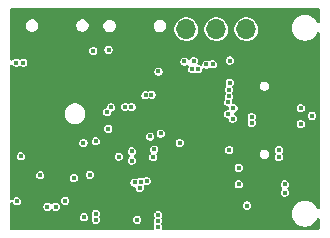
<source format=gbr>
%TF.GenerationSoftware,KiCad,Pcbnew,9.0.0*%
%TF.CreationDate,2025-06-12T14:50:32+02:00*%
%TF.ProjectId,hardware v4 pro max,68617264-7761-4726-9520-76342070726f,rev?*%
%TF.SameCoordinates,Original*%
%TF.FileFunction,Copper,L2,Inr*%
%TF.FilePolarity,Positive*%
%FSLAX46Y46*%
G04 Gerber Fmt 4.6, Leading zero omitted, Abs format (unit mm)*
G04 Created by KiCad (PCBNEW 9.0.0) date 2025-06-12 14:50:32*
%MOMM*%
%LPD*%
G01*
G04 APERTURE LIST*
%TA.AperFunction,ComponentPad*%
%ADD10R,1.700000X1.700000*%
%TD*%
%TA.AperFunction,ComponentPad*%
%ADD11O,1.700000X1.700000*%
%TD*%
%TA.AperFunction,ViaPad*%
%ADD12C,0.400000*%
%TD*%
G04 APERTURE END LIST*
D10*
%TO.N,GND*%
%TO.C,J3*%
X148570000Y-92965000D03*
D11*
%TO.N,+3.3V*%
X146030000Y-92965000D03*
%TO.N,OLED_SCL*%
X143490000Y-92965000D03*
%TO.N,OLED_SDA*%
X140950000Y-92965000D03*
%TD*%
D12*
%TO.N,Net-(BT1-+)*%
X126950000Y-103730000D03*
%TO.N,GND*%
X135400000Y-98100000D03*
X131310840Y-101330404D03*
X138430000Y-107710000D03*
X137800000Y-93200000D03*
X146150000Y-96180000D03*
X130060000Y-91880000D03*
X130550000Y-95950000D03*
X128800000Y-93300000D03*
X141830000Y-107780000D03*
X129950000Y-98550000D03*
X143900000Y-104190000D03*
X129950000Y-95700000D03*
X129150000Y-95700000D03*
X136200000Y-109700000D03*
X134400000Y-105600000D03*
X137300000Y-97020000D03*
X147060000Y-94160000D03*
X128350000Y-97950000D03*
X131100000Y-109700000D03*
X135300000Y-105700000D03*
X126420000Y-105370000D03*
X138200000Y-95450000D03*
X126900000Y-102200000D03*
X139350000Y-95300000D03*
X145070000Y-107210000D03*
X127670000Y-93820000D03*
X136680000Y-107530000D03*
X151580000Y-97700000D03*
X131300000Y-93300000D03*
X133950000Y-96050000D03*
X131850000Y-96050000D03*
X130600000Y-106100000D03*
X145380000Y-97520000D03*
X138100000Y-104400000D03*
X134000000Y-98100000D03*
X142900000Y-94250000D03*
X146290000Y-96930000D03*
X133300000Y-98100000D03*
X141680000Y-99810000D03*
X131200000Y-98100000D03*
X130550000Y-98300000D03*
X135810000Y-107500000D03*
X131940404Y-101279160D03*
X148720000Y-106660000D03*
X130600000Y-99340000D03*
X136150000Y-97630000D03*
X127520000Y-108410000D03*
X135200000Y-109700000D03*
X144490000Y-106720000D03*
X132320000Y-99200000D03*
X126360000Y-93240000D03*
X128350000Y-96300000D03*
X132460000Y-100920000D03*
X141290000Y-94240000D03*
X142740000Y-108990000D03*
X148640000Y-91490000D03*
X142720000Y-97690000D03*
X129580000Y-109500000D03*
X127450000Y-108990000D03*
X133150000Y-96050000D03*
X131900000Y-107000000D03*
X144680000Y-91590000D03*
X131119596Y-98980840D03*
X128350000Y-97150000D03*
X148330000Y-97680000D03*
X140630000Y-100860000D03*
X128680000Y-103360000D03*
X129150000Y-98550000D03*
X129500000Y-106400000D03*
X136990000Y-102010000D03*
X126300000Y-102200000D03*
X143710000Y-95520000D03*
X142750000Y-95350000D03*
X139510000Y-97630000D03*
X141680000Y-100860000D03*
X151050000Y-103950000D03*
X126360000Y-91560000D03*
X133820000Y-95330000D03*
X143300000Y-105300000D03*
X145080000Y-107770000D03*
X139580000Y-100860000D03*
X129200000Y-107000000D03*
X136590000Y-91750000D03*
X151050000Y-103150000D03*
X136000000Y-100210000D03*
X140420000Y-108740000D03*
X131300000Y-94000000D03*
X130329596Y-99910840D03*
X130000000Y-107000000D03*
X131900000Y-98100000D03*
X128350000Y-95700000D03*
X133230000Y-91600000D03*
X151930000Y-107340000D03*
X140420000Y-91540000D03*
X144730000Y-94040000D03*
X147260000Y-91500000D03*
X150400000Y-104550000D03*
X132300000Y-101950000D03*
X130610000Y-104330000D03*
X146100000Y-104100000D03*
X137490000Y-98030000D03*
X137980000Y-97020000D03*
X135370000Y-100720000D03*
X139690000Y-93490000D03*
X126490000Y-106010000D03*
X135950000Y-96050000D03*
X130380840Y-100540404D03*
X142600000Y-106230000D03*
X139520000Y-91550000D03*
X135400000Y-93200000D03*
X137600000Y-107520000D03*
X132500000Y-95500000D03*
X128350000Y-98550000D03*
X145870000Y-107290000D03*
X134700000Y-98100000D03*
X151760000Y-91550000D03*
X144460000Y-107790000D03*
X131150000Y-96050000D03*
X135840000Y-103590000D03*
X133700000Y-107000000D03*
X151960000Y-109660000D03*
X127670000Y-105340000D03*
X138100000Y-105200000D03*
X128800000Y-94000000D03*
X134950000Y-102000000D03*
X132600000Y-98100000D03*
X133970000Y-103730000D03*
X127430000Y-109590000D03*
X142730000Y-98760000D03*
X149460000Y-109500000D03*
X141680000Y-98760000D03*
X147440000Y-97030000D03*
X149780000Y-107600000D03*
X132679160Y-99719596D03*
X142730000Y-99810000D03*
X131749160Y-98929596D03*
X149150000Y-104550000D03*
X134700000Y-96050000D03*
X145340000Y-100170000D03*
X148780000Y-102170000D03*
X142730000Y-100860000D03*
X141800000Y-97680000D03*
X130740000Y-101060000D03*
X132730404Y-100349160D03*
X134070000Y-102820000D03*
X127120000Y-105730000D03*
X137020000Y-100090000D03*
%TO.N,+3.3V*%
X137090000Y-105890000D03*
X136580000Y-105940000D03*
X135790000Y-99550000D03*
X144950000Y-99650000D03*
X144650000Y-95630000D03*
X137900000Y-102050000D03*
X128580000Y-105330000D03*
X134350000Y-101400000D03*
X140800000Y-95700000D03*
X138600000Y-96550000D03*
X132250000Y-102600000D03*
X126550000Y-95800000D03*
X136310000Y-99560000D03*
X133300000Y-102450000D03*
X134380000Y-94710000D03*
X141600000Y-95650000D03*
X144600000Y-103200000D03*
X137015000Y-106400000D03*
X127150000Y-95800000D03*
X137595000Y-105825000D03*
%TO.N,vusb*%
X132300000Y-108900000D03*
X133300000Y-109100000D03*
X151600000Y-100300000D03*
X130700000Y-107500000D03*
X149300000Y-106100000D03*
X149300000Y-106800000D03*
%TO.N,B2*%
X143210000Y-95940000D03*
%TO.N,B1*%
X133080000Y-94810000D03*
X142660000Y-95960000D03*
%TO.N,FSPIWP*%
X140400000Y-102600000D03*
X145400000Y-104700000D03*
%TO.N,OLED_SCL*%
X141450000Y-96350000D03*
%TO.N,OLED_SDA*%
X141950000Y-96350000D03*
%TO.N,FSPICS2*%
X144570000Y-98100000D03*
X146100000Y-107900000D03*
%TO.N,Net-(PA1010D1-RX)*%
X136350000Y-104100000D03*
%TO.N,Net-(PA1010D1-TX)*%
X136350000Y-103300000D03*
%TO.N,GPSRX*%
X138150000Y-103800000D03*
X144500000Y-99150000D03*
%TO.N,GPSTX*%
X138250000Y-103150000D03*
X144560000Y-98640000D03*
%TO.N,BAT+*%
X148800000Y-103200000D03*
X138570413Y-109190391D03*
X129900000Y-108000000D03*
X138550000Y-109690000D03*
X129200000Y-108000000D03*
X138570000Y-108710000D03*
X148800000Y-103800000D03*
%TO.N,D+*%
X146500000Y-100400000D03*
X150650000Y-101000000D03*
%TO.N,D-*%
X150650000Y-99650000D03*
X146500000Y-100900000D03*
%TO.N,FSPIQ*%
X145400000Y-106100000D03*
X138800000Y-101800000D03*
%TO.N,LED_PWM*%
X144630000Y-97510000D03*
X126610000Y-107540000D03*
%TO.N,EN*%
X136800000Y-109100000D03*
X132800000Y-105300000D03*
%TO.N,Net-(IC1-VDDA3P3_1)*%
X134580000Y-99590000D03*
X134260000Y-99980000D03*
X138010000Y-98520000D03*
X137510000Y-98560000D03*
%TO.N,KILL*%
X135250000Y-103750000D03*
X133300000Y-108600000D03*
%TO.N,Net-(IC4-~{PB})*%
X131440000Y-105570000D03*
%TO.N,GPIO_SUP_1*%
X144890000Y-100540000D03*
%TO.N,GPIO_SUP_2*%
X144500000Y-100150000D03*
%TD*%
%TA.AperFunction,Conductor*%
%TO.N,GND*%
G36*
X152192539Y-91190185D02*
G01*
X152238294Y-91242989D01*
X152249500Y-91294500D01*
X152249500Y-92361725D01*
X152229815Y-92428764D01*
X152177011Y-92474519D01*
X152107853Y-92484463D01*
X152044297Y-92455438D01*
X152015015Y-92418020D01*
X151941231Y-92273211D01*
X151934899Y-92264496D01*
X151839414Y-92133072D01*
X151716928Y-92010586D01*
X151576788Y-91908768D01*
X151422445Y-91830127D01*
X151257701Y-91776598D01*
X151257699Y-91776597D01*
X151257698Y-91776597D01*
X151126271Y-91755781D01*
X151086611Y-91749500D01*
X150913389Y-91749500D01*
X150873728Y-91755781D01*
X150742302Y-91776597D01*
X150577552Y-91830128D01*
X150423211Y-91908768D01*
X150359812Y-91954831D01*
X150283072Y-92010586D01*
X150283070Y-92010588D01*
X150283069Y-92010588D01*
X150160588Y-92133069D01*
X150160588Y-92133070D01*
X150160586Y-92133072D01*
X150152283Y-92144500D01*
X150058768Y-92273211D01*
X149980128Y-92427552D01*
X149926597Y-92592302D01*
X149899744Y-92761845D01*
X149899500Y-92763386D01*
X149899500Y-92936610D01*
X149926250Y-93105507D01*
X149926598Y-93107701D01*
X149980127Y-93272445D01*
X150058768Y-93426788D01*
X150160586Y-93566928D01*
X150283072Y-93689414D01*
X150423212Y-93791232D01*
X150577555Y-93869873D01*
X150742299Y-93923402D01*
X150913389Y-93950500D01*
X150913390Y-93950500D01*
X151086610Y-93950500D01*
X151086611Y-93950500D01*
X151257701Y-93923402D01*
X151422445Y-93869873D01*
X151576788Y-93791232D01*
X151716928Y-93689414D01*
X151839414Y-93566928D01*
X151941232Y-93426788D01*
X152015015Y-93281980D01*
X152062989Y-93231183D01*
X152130810Y-93214388D01*
X152196945Y-93236925D01*
X152240397Y-93291640D01*
X152249500Y-93338274D01*
X152249500Y-108091725D01*
X152229815Y-108158764D01*
X152177011Y-108204519D01*
X152107853Y-108214463D01*
X152044297Y-108185438D01*
X152015015Y-108148020D01*
X151986331Y-108091725D01*
X151941232Y-108003212D01*
X151839414Y-107863072D01*
X151716928Y-107740586D01*
X151576788Y-107638768D01*
X151448469Y-107573387D01*
X151422447Y-107560128D01*
X151422446Y-107560127D01*
X151422445Y-107560127D01*
X151257701Y-107506598D01*
X151257699Y-107506597D01*
X151257698Y-107506597D01*
X151126271Y-107485781D01*
X151086611Y-107479500D01*
X150913389Y-107479500D01*
X150873728Y-107485781D01*
X150742302Y-107506597D01*
X150577552Y-107560128D01*
X150423211Y-107638768D01*
X150359875Y-107684785D01*
X150283072Y-107740586D01*
X150283070Y-107740588D01*
X150283069Y-107740588D01*
X150160588Y-107863069D01*
X150160588Y-107863070D01*
X150160586Y-107863072D01*
X150116859Y-107923256D01*
X150058768Y-108003211D01*
X149980128Y-108157552D01*
X149926597Y-108322302D01*
X149899746Y-108491834D01*
X149899500Y-108493389D01*
X149899500Y-108666611D01*
X149902379Y-108684788D01*
X149924192Y-108822514D01*
X149926598Y-108837701D01*
X149980127Y-109002445D01*
X150058768Y-109156788D01*
X150160586Y-109296928D01*
X150283072Y-109419414D01*
X150423212Y-109521232D01*
X150577555Y-109599873D01*
X150742299Y-109653402D01*
X150913389Y-109680500D01*
X150913390Y-109680500D01*
X151086610Y-109680500D01*
X151086611Y-109680500D01*
X151257701Y-109653402D01*
X151422445Y-109599873D01*
X151576788Y-109521232D01*
X151716928Y-109419414D01*
X151839414Y-109296928D01*
X151941232Y-109156788D01*
X152010093Y-109021640D01*
X152015015Y-109011980D01*
X152062989Y-108961183D01*
X152130810Y-108944388D01*
X152196945Y-108966925D01*
X152240397Y-109021640D01*
X152249500Y-109068274D01*
X152249500Y-109845500D01*
X152229815Y-109912539D01*
X152177011Y-109958294D01*
X152125500Y-109969500D01*
X138999572Y-109969500D01*
X138932533Y-109949815D01*
X138886778Y-109897011D01*
X138876834Y-109827853D01*
X138879794Y-109813418D01*
X138900500Y-109736144D01*
X138900500Y-109643856D01*
X138876614Y-109554712D01*
X138856499Y-109519872D01*
X138840026Y-109451976D01*
X138856499Y-109395874D01*
X138897027Y-109325679D01*
X138920913Y-109236535D01*
X138920913Y-109144247D01*
X138897027Y-109055103D01*
X138897026Y-109055101D01*
X138897026Y-109055100D01*
X138872048Y-109011839D01*
X138855574Y-108943939D01*
X138872048Y-108887836D01*
X138896614Y-108845288D01*
X138920500Y-108756144D01*
X138920500Y-108663856D01*
X138896614Y-108574712D01*
X138895849Y-108573387D01*
X138850473Y-108494794D01*
X138850470Y-108494791D01*
X138850469Y-108494788D01*
X138785212Y-108429531D01*
X138785209Y-108429529D01*
X138785205Y-108429526D01*
X138705293Y-108383388D01*
X138705290Y-108383387D01*
X138705289Y-108383386D01*
X138705288Y-108383386D01*
X138616144Y-108359500D01*
X138523856Y-108359500D01*
X138434712Y-108383386D01*
X138434711Y-108383386D01*
X138434709Y-108383387D01*
X138434706Y-108383388D01*
X138354794Y-108429526D01*
X138354785Y-108429533D01*
X138289533Y-108494785D01*
X138289526Y-108494794D01*
X138243388Y-108574706D01*
X138243387Y-108574709D01*
X138243386Y-108574711D01*
X138243386Y-108574712D01*
X138219500Y-108663856D01*
X138219500Y-108756144D01*
X138236485Y-108819533D01*
X138243386Y-108845288D01*
X138268365Y-108888552D01*
X138284838Y-108956452D01*
X138268365Y-109012554D01*
X138243799Y-109055101D01*
X138219913Y-109144247D01*
X138219913Y-109236534D01*
X138243799Y-109325681D01*
X138263912Y-109360515D01*
X138280386Y-109428415D01*
X138263913Y-109484518D01*
X138223386Y-109554710D01*
X138211285Y-109599873D01*
X138199500Y-109643856D01*
X138199500Y-109736144D01*
X138220202Y-109813408D01*
X138218540Y-109883256D01*
X138179378Y-109941119D01*
X138115149Y-109968623D01*
X138100428Y-109969500D01*
X126174500Y-109969500D01*
X126107461Y-109949815D01*
X126061706Y-109897011D01*
X126050500Y-109845500D01*
X126050500Y-108853856D01*
X131949500Y-108853856D01*
X131949500Y-108946144D01*
X131967294Y-109012554D01*
X131973387Y-109035290D01*
X131973388Y-109035293D01*
X132019526Y-109115205D01*
X132019529Y-109115209D01*
X132019531Y-109115212D01*
X132084788Y-109180469D01*
X132084791Y-109180470D01*
X132084794Y-109180473D01*
X132164706Y-109226611D01*
X132164707Y-109226611D01*
X132164712Y-109226614D01*
X132253856Y-109250500D01*
X132253858Y-109250500D01*
X132346142Y-109250500D01*
X132346144Y-109250500D01*
X132435288Y-109226614D01*
X132515212Y-109180469D01*
X132580469Y-109115212D01*
X132626614Y-109035288D01*
X132650500Y-108946144D01*
X132650500Y-108853856D01*
X132626614Y-108764712D01*
X132626611Y-108764706D01*
X132580473Y-108684794D01*
X132580470Y-108684791D01*
X132580469Y-108684788D01*
X132515212Y-108619531D01*
X132515209Y-108619529D01*
X132515205Y-108619526D01*
X132435293Y-108573388D01*
X132435290Y-108573387D01*
X132435289Y-108573386D01*
X132435288Y-108573386D01*
X132362401Y-108553856D01*
X132949500Y-108553856D01*
X132949500Y-108646144D01*
X132959856Y-108684794D01*
X132973387Y-108735290D01*
X132973387Y-108735291D01*
X133003819Y-108788000D01*
X133020292Y-108855900D01*
X133003819Y-108912000D01*
X132973387Y-108964708D01*
X132973387Y-108964709D01*
X132973386Y-108964711D01*
X132973386Y-108964712D01*
X132949500Y-109053856D01*
X132949500Y-109146144D01*
X132971061Y-109226612D01*
X132973387Y-109235290D01*
X132973388Y-109235293D01*
X133019526Y-109315205D01*
X133019529Y-109315209D01*
X133019531Y-109315212D01*
X133084788Y-109380469D01*
X133084791Y-109380470D01*
X133084794Y-109380473D01*
X133164706Y-109426611D01*
X133164707Y-109426611D01*
X133164712Y-109426614D01*
X133253856Y-109450500D01*
X133253858Y-109450500D01*
X133346142Y-109450500D01*
X133346144Y-109450500D01*
X133435288Y-109426614D01*
X133515212Y-109380469D01*
X133580469Y-109315212D01*
X133626614Y-109235288D01*
X133650500Y-109146144D01*
X133650500Y-109053856D01*
X136449500Y-109053856D01*
X136449500Y-109146144D01*
X136471061Y-109226612D01*
X136473387Y-109235290D01*
X136473388Y-109235293D01*
X136519526Y-109315205D01*
X136519529Y-109315209D01*
X136519531Y-109315212D01*
X136584788Y-109380469D01*
X136584791Y-109380470D01*
X136584794Y-109380473D01*
X136664706Y-109426611D01*
X136664707Y-109426611D01*
X136664712Y-109426614D01*
X136753856Y-109450500D01*
X136753858Y-109450500D01*
X136846142Y-109450500D01*
X136846144Y-109450500D01*
X136935288Y-109426614D01*
X137015212Y-109380469D01*
X137080469Y-109315212D01*
X137126614Y-109235288D01*
X137150500Y-109146144D01*
X137150500Y-109053856D01*
X137126614Y-108964712D01*
X137126611Y-108964706D01*
X137080473Y-108884794D01*
X137080470Y-108884791D01*
X137080469Y-108884788D01*
X137015212Y-108819531D01*
X137015209Y-108819529D01*
X137015205Y-108819526D01*
X136935293Y-108773388D01*
X136935290Y-108773387D01*
X136935289Y-108773386D01*
X136935288Y-108773386D01*
X136846144Y-108749500D01*
X136753856Y-108749500D01*
X136664712Y-108773386D01*
X136664711Y-108773386D01*
X136664709Y-108773387D01*
X136664706Y-108773388D01*
X136584794Y-108819526D01*
X136584785Y-108819533D01*
X136519533Y-108884785D01*
X136519526Y-108884794D01*
X136473388Y-108964706D01*
X136473387Y-108964709D01*
X136473386Y-108964711D01*
X136473386Y-108964712D01*
X136449500Y-109053856D01*
X133650500Y-109053856D01*
X133626614Y-108964712D01*
X133590713Y-108902531D01*
X133586987Y-108892249D01*
X133585470Y-108867858D01*
X133579707Y-108844102D01*
X133583244Y-108832053D01*
X133582652Y-108822514D01*
X133589812Y-108809685D01*
X133596181Y-108787998D01*
X133604617Y-108773388D01*
X133626614Y-108735288D01*
X133650500Y-108646144D01*
X133650500Y-108553856D01*
X133626614Y-108464712D01*
X133626611Y-108464706D01*
X133580473Y-108384794D01*
X133580470Y-108384791D01*
X133580469Y-108384788D01*
X133515212Y-108319531D01*
X133515209Y-108319529D01*
X133515205Y-108319526D01*
X133435293Y-108273388D01*
X133435290Y-108273387D01*
X133435289Y-108273386D01*
X133435288Y-108273386D01*
X133346144Y-108249500D01*
X133253856Y-108249500D01*
X133164712Y-108273386D01*
X133164711Y-108273386D01*
X133164709Y-108273387D01*
X133164706Y-108273388D01*
X133084794Y-108319526D01*
X133084785Y-108319533D01*
X133019533Y-108384785D01*
X133019526Y-108384794D01*
X132973388Y-108464706D01*
X132973387Y-108464709D01*
X132973386Y-108464711D01*
X132973386Y-108464712D01*
X132949500Y-108553856D01*
X132362401Y-108553856D01*
X132346144Y-108549500D01*
X132253856Y-108549500D01*
X132164712Y-108573386D01*
X132164711Y-108573386D01*
X132164709Y-108573387D01*
X132164706Y-108573388D01*
X132084794Y-108619526D01*
X132084785Y-108619533D01*
X132019533Y-108684785D01*
X132019526Y-108684794D01*
X131973388Y-108764706D01*
X131973387Y-108764709D01*
X131973386Y-108764711D01*
X131973386Y-108764712D01*
X131949500Y-108853856D01*
X126050500Y-108853856D01*
X126050500Y-107953856D01*
X128849500Y-107953856D01*
X128849500Y-108046144D01*
X128868007Y-108115214D01*
X128873387Y-108135290D01*
X128873388Y-108135293D01*
X128919526Y-108215205D01*
X128919529Y-108215209D01*
X128919531Y-108215212D01*
X128984788Y-108280469D01*
X128984791Y-108280470D01*
X128984794Y-108280473D01*
X129064706Y-108326611D01*
X129064707Y-108326611D01*
X129064712Y-108326614D01*
X129153856Y-108350500D01*
X129153858Y-108350500D01*
X129246142Y-108350500D01*
X129246144Y-108350500D01*
X129335288Y-108326614D01*
X129415212Y-108280469D01*
X129462319Y-108233362D01*
X129523642Y-108199877D01*
X129593334Y-108204861D01*
X129637681Y-108233362D01*
X129684788Y-108280469D01*
X129684791Y-108280470D01*
X129684794Y-108280473D01*
X129764706Y-108326611D01*
X129764707Y-108326611D01*
X129764712Y-108326614D01*
X129853856Y-108350500D01*
X129853858Y-108350500D01*
X129946142Y-108350500D01*
X129946144Y-108350500D01*
X130035288Y-108326614D01*
X130115212Y-108280469D01*
X130180469Y-108215212D01*
X130226614Y-108135288D01*
X130250500Y-108046144D01*
X130250500Y-107953856D01*
X130226614Y-107864712D01*
X130220346Y-107853856D01*
X145749500Y-107853856D01*
X145749500Y-107946144D01*
X145766439Y-108009363D01*
X145773387Y-108035290D01*
X145773388Y-108035293D01*
X145819526Y-108115205D01*
X145819529Y-108115209D01*
X145819531Y-108115212D01*
X145884788Y-108180469D01*
X145884791Y-108180470D01*
X145884794Y-108180473D01*
X145964706Y-108226611D01*
X145964707Y-108226611D01*
X145964712Y-108226614D01*
X146053856Y-108250500D01*
X146053858Y-108250500D01*
X146146142Y-108250500D01*
X146146144Y-108250500D01*
X146235288Y-108226614D01*
X146315212Y-108180469D01*
X146380469Y-108115212D01*
X146426614Y-108035288D01*
X146450500Y-107946144D01*
X146450500Y-107853856D01*
X146426614Y-107764712D01*
X146426611Y-107764706D01*
X146380473Y-107684794D01*
X146380470Y-107684791D01*
X146380469Y-107684788D01*
X146315212Y-107619531D01*
X146315209Y-107619529D01*
X146315205Y-107619526D01*
X146235293Y-107573388D01*
X146235290Y-107573387D01*
X146235289Y-107573386D01*
X146235288Y-107573386D01*
X146146144Y-107549500D01*
X146053856Y-107549500D01*
X145964712Y-107573386D01*
X145964711Y-107573386D01*
X145964709Y-107573387D01*
X145964706Y-107573388D01*
X145884794Y-107619526D01*
X145884785Y-107619533D01*
X145819533Y-107684785D01*
X145819526Y-107684794D01*
X145773388Y-107764706D01*
X145773387Y-107764709D01*
X145773386Y-107764711D01*
X145773386Y-107764712D01*
X145749500Y-107853856D01*
X130220346Y-107853856D01*
X130180469Y-107784788D01*
X130115212Y-107719531D01*
X130115209Y-107719529D01*
X130115205Y-107719526D01*
X130035293Y-107673388D01*
X130035290Y-107673387D01*
X130035289Y-107673386D01*
X130035288Y-107673386D01*
X129946144Y-107649500D01*
X129853856Y-107649500D01*
X129764712Y-107673386D01*
X129764711Y-107673386D01*
X129764709Y-107673387D01*
X129764706Y-107673388D01*
X129684794Y-107719526D01*
X129684785Y-107719533D01*
X129637681Y-107766638D01*
X129576358Y-107800123D01*
X129506666Y-107795139D01*
X129462319Y-107766638D01*
X129415214Y-107719533D01*
X129415212Y-107719531D01*
X129415209Y-107719529D01*
X129415205Y-107719526D01*
X129335293Y-107673388D01*
X129335290Y-107673387D01*
X129335289Y-107673386D01*
X129335288Y-107673386D01*
X129246144Y-107649500D01*
X129153856Y-107649500D01*
X129064712Y-107673386D01*
X129064711Y-107673386D01*
X129064709Y-107673387D01*
X129064706Y-107673388D01*
X128984794Y-107719526D01*
X128984785Y-107719533D01*
X128919533Y-107784785D01*
X128919526Y-107784794D01*
X128873388Y-107864706D01*
X128873387Y-107864709D01*
X128873386Y-107864711D01*
X128873386Y-107864712D01*
X128849500Y-107953856D01*
X126050500Y-107953856D01*
X126050500Y-107734692D01*
X126070185Y-107667653D01*
X126122989Y-107621898D01*
X126192147Y-107611954D01*
X126255703Y-107640979D01*
X126281887Y-107672691D01*
X126283385Y-107675286D01*
X126283386Y-107675288D01*
X126329531Y-107755212D01*
X126394788Y-107820469D01*
X126394791Y-107820470D01*
X126394794Y-107820473D01*
X126474706Y-107866611D01*
X126474707Y-107866611D01*
X126474712Y-107866614D01*
X126563856Y-107890500D01*
X126563858Y-107890500D01*
X126656142Y-107890500D01*
X126656144Y-107890500D01*
X126745288Y-107866614D01*
X126773198Y-107850500D01*
X126794255Y-107838343D01*
X126805986Y-107831569D01*
X126825212Y-107820469D01*
X126890469Y-107755212D01*
X126936614Y-107675288D01*
X126960500Y-107586144D01*
X126960500Y-107493856D01*
X126949782Y-107453856D01*
X130349500Y-107453856D01*
X130349500Y-107546144D01*
X130356800Y-107573387D01*
X130369162Y-107619526D01*
X130373386Y-107635288D01*
X130419531Y-107715212D01*
X130484788Y-107780469D01*
X130484791Y-107780470D01*
X130484794Y-107780473D01*
X130564706Y-107826611D01*
X130564707Y-107826611D01*
X130564712Y-107826614D01*
X130653856Y-107850500D01*
X130653858Y-107850500D01*
X130746142Y-107850500D01*
X130746144Y-107850500D01*
X130835288Y-107826614D01*
X130915212Y-107780469D01*
X130980469Y-107715212D01*
X131026614Y-107635288D01*
X131050500Y-107546144D01*
X131050500Y-107453856D01*
X131026614Y-107364712D01*
X131026611Y-107364706D01*
X130980473Y-107284794D01*
X130980470Y-107284791D01*
X130980469Y-107284788D01*
X130915212Y-107219531D01*
X130915209Y-107219529D01*
X130915205Y-107219526D01*
X130835293Y-107173388D01*
X130835290Y-107173387D01*
X130835289Y-107173386D01*
X130835288Y-107173386D01*
X130746144Y-107149500D01*
X130653856Y-107149500D01*
X130564712Y-107173386D01*
X130564711Y-107173386D01*
X130564709Y-107173387D01*
X130564706Y-107173388D01*
X130484794Y-107219526D01*
X130484785Y-107219533D01*
X130419533Y-107284785D01*
X130419526Y-107284794D01*
X130373388Y-107364706D01*
X130373387Y-107364709D01*
X130373386Y-107364711D01*
X130373386Y-107364712D01*
X130349500Y-107453856D01*
X126949782Y-107453856D01*
X126936614Y-107404712D01*
X126913518Y-107364709D01*
X126890473Y-107324794D01*
X126890470Y-107324791D01*
X126890469Y-107324788D01*
X126825212Y-107259531D01*
X126825209Y-107259529D01*
X126825205Y-107259526D01*
X126745293Y-107213388D01*
X126745290Y-107213387D01*
X126745289Y-107213386D01*
X126745288Y-107213386D01*
X126656144Y-107189500D01*
X126563856Y-107189500D01*
X126474712Y-107213386D01*
X126474711Y-107213386D01*
X126474709Y-107213387D01*
X126474706Y-107213388D01*
X126394794Y-107259526D01*
X126394785Y-107259533D01*
X126329533Y-107324785D01*
X126329526Y-107324794D01*
X126281886Y-107407308D01*
X126231319Y-107455523D01*
X126162711Y-107468745D01*
X126097847Y-107442777D01*
X126057319Y-107385862D01*
X126050500Y-107345307D01*
X126050500Y-105283856D01*
X128229500Y-105283856D01*
X128229500Y-105376144D01*
X128245193Y-105434712D01*
X128253387Y-105465290D01*
X128253388Y-105465293D01*
X128299526Y-105545205D01*
X128299529Y-105545209D01*
X128299531Y-105545212D01*
X128364788Y-105610469D01*
X128364791Y-105610470D01*
X128364794Y-105610473D01*
X128444706Y-105656611D01*
X128444707Y-105656611D01*
X128444712Y-105656614D01*
X128533856Y-105680500D01*
X128533858Y-105680500D01*
X128626142Y-105680500D01*
X128626144Y-105680500D01*
X128715288Y-105656614D01*
X128795212Y-105610469D01*
X128860469Y-105545212D01*
X128872799Y-105523856D01*
X131089500Y-105523856D01*
X131089500Y-105616144D01*
X131109212Y-105689712D01*
X131113387Y-105705290D01*
X131113388Y-105705293D01*
X131159526Y-105785205D01*
X131159529Y-105785209D01*
X131159531Y-105785212D01*
X131224788Y-105850469D01*
X131224791Y-105850470D01*
X131224794Y-105850473D01*
X131304706Y-105896611D01*
X131304707Y-105896611D01*
X131304712Y-105896614D01*
X131393856Y-105920500D01*
X131393858Y-105920500D01*
X131486142Y-105920500D01*
X131486144Y-105920500D01*
X131575288Y-105896614D01*
X131580065Y-105893856D01*
X136229500Y-105893856D01*
X136229500Y-105986144D01*
X136247643Y-106053856D01*
X136253387Y-106075290D01*
X136253388Y-106075293D01*
X136299526Y-106155205D01*
X136299529Y-106155209D01*
X136299531Y-106155212D01*
X136364788Y-106220469D01*
X136364791Y-106220470D01*
X136364794Y-106220473D01*
X136444706Y-106266611D01*
X136444707Y-106266611D01*
X136444712Y-106266614D01*
X136533856Y-106290500D01*
X136533858Y-106290500D01*
X136540500Y-106290500D01*
X136607539Y-106310185D01*
X136653294Y-106362989D01*
X136664500Y-106414500D01*
X136664500Y-106446144D01*
X136677144Y-106493334D01*
X136688387Y-106535290D01*
X136688388Y-106535293D01*
X136734526Y-106615205D01*
X136734529Y-106615209D01*
X136734531Y-106615212D01*
X136799788Y-106680469D01*
X136799791Y-106680470D01*
X136799794Y-106680473D01*
X136879706Y-106726611D01*
X136879707Y-106726611D01*
X136879712Y-106726614D01*
X136968856Y-106750500D01*
X136968858Y-106750500D01*
X137061142Y-106750500D01*
X137061144Y-106750500D01*
X137150288Y-106726614D01*
X137230212Y-106680469D01*
X137295469Y-106615212D01*
X137341614Y-106535288D01*
X137365500Y-106446144D01*
X137365500Y-106353856D01*
X137355417Y-106316225D01*
X137357080Y-106246379D01*
X137396242Y-106188516D01*
X137460470Y-106161012D01*
X137507283Y-106164360D01*
X137548856Y-106175500D01*
X137548858Y-106175500D01*
X137641142Y-106175500D01*
X137641144Y-106175500D01*
X137730288Y-106151614D01*
X137810212Y-106105469D01*
X137861825Y-106053856D01*
X145049500Y-106053856D01*
X145049500Y-106146144D01*
X145069416Y-106220473D01*
X145073387Y-106235290D01*
X145073388Y-106235293D01*
X145119526Y-106315205D01*
X145119529Y-106315209D01*
X145119531Y-106315212D01*
X145184788Y-106380469D01*
X145184791Y-106380470D01*
X145184794Y-106380473D01*
X145264706Y-106426611D01*
X145264707Y-106426611D01*
X145264712Y-106426614D01*
X145353856Y-106450500D01*
X145353858Y-106450500D01*
X145446142Y-106450500D01*
X145446144Y-106450500D01*
X145535288Y-106426614D01*
X145615212Y-106380469D01*
X145680469Y-106315212D01*
X145726614Y-106235288D01*
X145750500Y-106146144D01*
X145750500Y-106053856D01*
X148949500Y-106053856D01*
X148949500Y-106146144D01*
X148969416Y-106220473D01*
X148973387Y-106235290D01*
X148973388Y-106235293D01*
X149019526Y-106315205D01*
X149019533Y-106315214D01*
X149066638Y-106362319D01*
X149100123Y-106423642D01*
X149095139Y-106493334D01*
X149066638Y-106537681D01*
X149019533Y-106584785D01*
X149019526Y-106584794D01*
X148973388Y-106664706D01*
X148973387Y-106664709D01*
X148973386Y-106664711D01*
X148973386Y-106664712D01*
X148950400Y-106750499D01*
X148949500Y-106753856D01*
X148949500Y-106846143D01*
X148973387Y-106935290D01*
X148973388Y-106935293D01*
X149019526Y-107015205D01*
X149019529Y-107015209D01*
X149019531Y-107015212D01*
X149084788Y-107080469D01*
X149084791Y-107080470D01*
X149084794Y-107080473D01*
X149164706Y-107126611D01*
X149164707Y-107126611D01*
X149164712Y-107126614D01*
X149253856Y-107150500D01*
X149253858Y-107150500D01*
X149346142Y-107150500D01*
X149346144Y-107150500D01*
X149435288Y-107126614D01*
X149515212Y-107080469D01*
X149580469Y-107015212D01*
X149626614Y-106935288D01*
X149650500Y-106846144D01*
X149650500Y-106753856D01*
X149626614Y-106664712D01*
X149598031Y-106615205D01*
X149580473Y-106584794D01*
X149580470Y-106584791D01*
X149580469Y-106584788D01*
X149533362Y-106537681D01*
X149499877Y-106476358D01*
X149504861Y-106406666D01*
X149533362Y-106362319D01*
X149541825Y-106353856D01*
X149580469Y-106315212D01*
X149626614Y-106235288D01*
X149650500Y-106146144D01*
X149650500Y-106053856D01*
X149626614Y-105964712D01*
X149626611Y-105964706D01*
X149580473Y-105884794D01*
X149580470Y-105884791D01*
X149580469Y-105884788D01*
X149515212Y-105819531D01*
X149515209Y-105819529D01*
X149515205Y-105819526D01*
X149435293Y-105773388D01*
X149435290Y-105773387D01*
X149435289Y-105773386D01*
X149435288Y-105773386D01*
X149346144Y-105749500D01*
X149253856Y-105749500D01*
X149164712Y-105773386D01*
X149164711Y-105773386D01*
X149164709Y-105773387D01*
X149164706Y-105773388D01*
X149084794Y-105819526D01*
X149084785Y-105819533D01*
X149019533Y-105884785D01*
X149019526Y-105884794D01*
X148973388Y-105964706D01*
X148973387Y-105964709D01*
X148973386Y-105964711D01*
X148973386Y-105964712D01*
X148949500Y-106053856D01*
X145750500Y-106053856D01*
X145726614Y-105964712D01*
X145726611Y-105964706D01*
X145680473Y-105884794D01*
X145680470Y-105884791D01*
X145680469Y-105884788D01*
X145615212Y-105819531D01*
X145615209Y-105819529D01*
X145615205Y-105819526D01*
X145535293Y-105773388D01*
X145535290Y-105773387D01*
X145535289Y-105773386D01*
X145535288Y-105773386D01*
X145446144Y-105749500D01*
X145353856Y-105749500D01*
X145264712Y-105773386D01*
X145264711Y-105773386D01*
X145264709Y-105773387D01*
X145264706Y-105773388D01*
X145184794Y-105819526D01*
X145184785Y-105819533D01*
X145119533Y-105884785D01*
X145119526Y-105884794D01*
X145073388Y-105964706D01*
X145073387Y-105964709D01*
X145073386Y-105964711D01*
X145073386Y-105964712D01*
X145049500Y-106053856D01*
X137861825Y-106053856D01*
X137875469Y-106040212D01*
X137921614Y-105960288D01*
X137945500Y-105871144D01*
X137945500Y-105778856D01*
X137921614Y-105689712D01*
X137921611Y-105689706D01*
X137875473Y-105609794D01*
X137875470Y-105609791D01*
X137875469Y-105609788D01*
X137810212Y-105544531D01*
X137810209Y-105544529D01*
X137810205Y-105544526D01*
X137730293Y-105498388D01*
X137730290Y-105498387D01*
X137730289Y-105498386D01*
X137730288Y-105498386D01*
X137641144Y-105474500D01*
X137548856Y-105474500D01*
X137459712Y-105498386D01*
X137459711Y-105498386D01*
X137459709Y-105498387D01*
X137459706Y-105498388D01*
X137379794Y-105544526D01*
X137379785Y-105544533D01*
X137378557Y-105545762D01*
X137377266Y-105546466D01*
X137373342Y-105549478D01*
X137372872Y-105548865D01*
X137317231Y-105579242D01*
X137247540Y-105574253D01*
X137228877Y-105565458D01*
X137225290Y-105563386D01*
X137165858Y-105547462D01*
X137136144Y-105539500D01*
X137043856Y-105539500D01*
X136954712Y-105563386D01*
X136954711Y-105563386D01*
X136954709Y-105563387D01*
X136954706Y-105563388D01*
X136874787Y-105609530D01*
X136869166Y-105613844D01*
X136803996Y-105639035D01*
X136735552Y-105624994D01*
X136731683Y-105622851D01*
X136715293Y-105613388D01*
X136715290Y-105613387D01*
X136715289Y-105613386D01*
X136715288Y-105613386D01*
X136626144Y-105589500D01*
X136533856Y-105589500D01*
X136444712Y-105613386D01*
X136444711Y-105613386D01*
X136444709Y-105613387D01*
X136444706Y-105613388D01*
X136364794Y-105659526D01*
X136364785Y-105659533D01*
X136299533Y-105724785D01*
X136299526Y-105724794D01*
X136253388Y-105804706D01*
X136253387Y-105804709D01*
X136253386Y-105804711D01*
X136253386Y-105804712D01*
X136229500Y-105893856D01*
X131580065Y-105893856D01*
X131655212Y-105850469D01*
X131720469Y-105785212D01*
X131766614Y-105705288D01*
X131790500Y-105616144D01*
X131790500Y-105523856D01*
X131766614Y-105434712D01*
X131766611Y-105434706D01*
X131720473Y-105354794D01*
X131720470Y-105354791D01*
X131720469Y-105354788D01*
X131655212Y-105289531D01*
X131655209Y-105289529D01*
X131655205Y-105289526D01*
X131593424Y-105253856D01*
X132449500Y-105253856D01*
X132449500Y-105346144D01*
X132473230Y-105434706D01*
X132473387Y-105435290D01*
X132473388Y-105435293D01*
X132519526Y-105515205D01*
X132519529Y-105515209D01*
X132519531Y-105515212D01*
X132584788Y-105580469D01*
X132584791Y-105580470D01*
X132584794Y-105580473D01*
X132664706Y-105626611D01*
X132664707Y-105626611D01*
X132664712Y-105626614D01*
X132753856Y-105650500D01*
X132753858Y-105650500D01*
X132846142Y-105650500D01*
X132846144Y-105650500D01*
X132935288Y-105626614D01*
X133015212Y-105580469D01*
X133080469Y-105515212D01*
X133126614Y-105435288D01*
X133150500Y-105346144D01*
X133150500Y-105253856D01*
X133126614Y-105164712D01*
X133126611Y-105164706D01*
X133080473Y-105084794D01*
X133080470Y-105084791D01*
X133080469Y-105084788D01*
X133015212Y-105019531D01*
X133015209Y-105019529D01*
X133015205Y-105019526D01*
X132935293Y-104973388D01*
X132935290Y-104973387D01*
X132935289Y-104973386D01*
X132935288Y-104973386D01*
X132846144Y-104949500D01*
X132753856Y-104949500D01*
X132664712Y-104973386D01*
X132664711Y-104973386D01*
X132664709Y-104973387D01*
X132664706Y-104973388D01*
X132584794Y-105019526D01*
X132584785Y-105019533D01*
X132519533Y-105084785D01*
X132519526Y-105084794D01*
X132473388Y-105164706D01*
X132473387Y-105164709D01*
X132473386Y-105164711D01*
X132473386Y-105164712D01*
X132449500Y-105253856D01*
X131593424Y-105253856D01*
X131575293Y-105243388D01*
X131575290Y-105243387D01*
X131575289Y-105243386D01*
X131575288Y-105243386D01*
X131486144Y-105219500D01*
X131393856Y-105219500D01*
X131304712Y-105243386D01*
X131304711Y-105243386D01*
X131304709Y-105243387D01*
X131304706Y-105243388D01*
X131224794Y-105289526D01*
X131224785Y-105289533D01*
X131159533Y-105354785D01*
X131159526Y-105354794D01*
X131113388Y-105434706D01*
X131113387Y-105434709D01*
X131113386Y-105434711D01*
X131113386Y-105434712D01*
X131089500Y-105523856D01*
X128872799Y-105523856D01*
X128906614Y-105465288D01*
X128930500Y-105376144D01*
X128930500Y-105283856D01*
X128906614Y-105194712D01*
X128906611Y-105194706D01*
X128860473Y-105114794D01*
X128860470Y-105114791D01*
X128860469Y-105114788D01*
X128795212Y-105049531D01*
X128795209Y-105049529D01*
X128795205Y-105049526D01*
X128715293Y-105003388D01*
X128715290Y-105003387D01*
X128715289Y-105003386D01*
X128715288Y-105003386D01*
X128626144Y-104979500D01*
X128533856Y-104979500D01*
X128444712Y-105003386D01*
X128444711Y-105003386D01*
X128444709Y-105003387D01*
X128444706Y-105003388D01*
X128364794Y-105049526D01*
X128364785Y-105049533D01*
X128299533Y-105114785D01*
X128299526Y-105114794D01*
X128253388Y-105194706D01*
X128253387Y-105194709D01*
X128253386Y-105194711D01*
X128253386Y-105194712D01*
X128229500Y-105283856D01*
X126050500Y-105283856D01*
X126050500Y-104653856D01*
X145049500Y-104653856D01*
X145049500Y-104746143D01*
X145073387Y-104835290D01*
X145073388Y-104835293D01*
X145119526Y-104915205D01*
X145119529Y-104915209D01*
X145119531Y-104915212D01*
X145184788Y-104980469D01*
X145184791Y-104980470D01*
X145184794Y-104980473D01*
X145264706Y-105026611D01*
X145264707Y-105026611D01*
X145264712Y-105026614D01*
X145353856Y-105050500D01*
X145353858Y-105050500D01*
X145446142Y-105050500D01*
X145446144Y-105050500D01*
X145535288Y-105026614D01*
X145615212Y-104980469D01*
X145680469Y-104915212D01*
X145726614Y-104835288D01*
X145750500Y-104746144D01*
X145750500Y-104653856D01*
X145726614Y-104564712D01*
X145726611Y-104564706D01*
X145680473Y-104484794D01*
X145680470Y-104484791D01*
X145680469Y-104484788D01*
X145615212Y-104419531D01*
X145615209Y-104419529D01*
X145615205Y-104419526D01*
X145535293Y-104373388D01*
X145535290Y-104373387D01*
X145535289Y-104373386D01*
X145535288Y-104373386D01*
X145446144Y-104349500D01*
X145353856Y-104349500D01*
X145264712Y-104373386D01*
X145264711Y-104373386D01*
X145264709Y-104373387D01*
X145264706Y-104373388D01*
X145184794Y-104419526D01*
X145184785Y-104419533D01*
X145119533Y-104484785D01*
X145119526Y-104484794D01*
X145073388Y-104564706D01*
X145073387Y-104564709D01*
X145049500Y-104653856D01*
X126050500Y-104653856D01*
X126050500Y-103683856D01*
X126599500Y-103683856D01*
X126599500Y-103776144D01*
X126618256Y-103846144D01*
X126623387Y-103865290D01*
X126623388Y-103865293D01*
X126669526Y-103945205D01*
X126669529Y-103945209D01*
X126669531Y-103945212D01*
X126734788Y-104010469D01*
X126734791Y-104010470D01*
X126734794Y-104010473D01*
X126814706Y-104056611D01*
X126814707Y-104056611D01*
X126814712Y-104056614D01*
X126903856Y-104080500D01*
X126903858Y-104080500D01*
X126996142Y-104080500D01*
X126996144Y-104080500D01*
X127085288Y-104056614D01*
X127165212Y-104010469D01*
X127230469Y-103945212D01*
X127276614Y-103865288D01*
X127300500Y-103776144D01*
X127300500Y-103703856D01*
X134899500Y-103703856D01*
X134899500Y-103796144D01*
X134923251Y-103884785D01*
X134923387Y-103885290D01*
X134923388Y-103885293D01*
X134969526Y-103965205D01*
X134969529Y-103965209D01*
X134969531Y-103965212D01*
X135034788Y-104030469D01*
X135034791Y-104030470D01*
X135034794Y-104030473D01*
X135114706Y-104076611D01*
X135114707Y-104076611D01*
X135114712Y-104076614D01*
X135203856Y-104100500D01*
X135203858Y-104100500D01*
X135296142Y-104100500D01*
X135296144Y-104100500D01*
X135385288Y-104076614D01*
X135465212Y-104030469D01*
X135530469Y-103965212D01*
X135576614Y-103885288D01*
X135600500Y-103796144D01*
X135600500Y-103703856D01*
X135576614Y-103614712D01*
X135575468Y-103612727D01*
X135530473Y-103534794D01*
X135530470Y-103534791D01*
X135530469Y-103534788D01*
X135465212Y-103469531D01*
X135465209Y-103469529D01*
X135465205Y-103469526D01*
X135385293Y-103423388D01*
X135385290Y-103423387D01*
X135385289Y-103423386D01*
X135385288Y-103423386D01*
X135296144Y-103399500D01*
X135203856Y-103399500D01*
X135114712Y-103423386D01*
X135114711Y-103423386D01*
X135114709Y-103423387D01*
X135114706Y-103423388D01*
X135034794Y-103469526D01*
X135034785Y-103469533D01*
X134969533Y-103534785D01*
X134969526Y-103534794D01*
X134923388Y-103614706D01*
X134923387Y-103614709D01*
X134923386Y-103614711D01*
X134923386Y-103614712D01*
X134899500Y-103703856D01*
X127300500Y-103703856D01*
X127300500Y-103683856D01*
X127276614Y-103594712D01*
X127275403Y-103592614D01*
X127230473Y-103514794D01*
X127230470Y-103514791D01*
X127230469Y-103514788D01*
X127165212Y-103449531D01*
X127165209Y-103449529D01*
X127165205Y-103449526D01*
X127085293Y-103403388D01*
X127085290Y-103403387D01*
X127085289Y-103403386D01*
X127085288Y-103403386D01*
X126996144Y-103379500D01*
X126903856Y-103379500D01*
X126814712Y-103403386D01*
X126814711Y-103403386D01*
X126814709Y-103403387D01*
X126814706Y-103403388D01*
X126734794Y-103449526D01*
X126734785Y-103449533D01*
X126669533Y-103514785D01*
X126669526Y-103514794D01*
X126623388Y-103594706D01*
X126623387Y-103594709D01*
X126623386Y-103594711D01*
X126623386Y-103594712D01*
X126599500Y-103683856D01*
X126050500Y-103683856D01*
X126050500Y-103253856D01*
X135999500Y-103253856D01*
X135999500Y-103346144D01*
X136020197Y-103423388D01*
X136023387Y-103435290D01*
X136023388Y-103435293D01*
X136069526Y-103515205D01*
X136069529Y-103515209D01*
X136069531Y-103515212D01*
X136134788Y-103580469D01*
X136151108Y-103589891D01*
X136155823Y-103592614D01*
X136204038Y-103643182D01*
X136217259Y-103711789D01*
X136191290Y-103776653D01*
X136155823Y-103807386D01*
X136134791Y-103819529D01*
X136134785Y-103819533D01*
X136069533Y-103884785D01*
X136069526Y-103884794D01*
X136023388Y-103964706D01*
X136023387Y-103964709D01*
X136023386Y-103964711D01*
X136023386Y-103964712D01*
X136009855Y-104015212D01*
X135999500Y-104053856D01*
X135999500Y-104146143D01*
X136023387Y-104235290D01*
X136023388Y-104235293D01*
X136069526Y-104315205D01*
X136069529Y-104315209D01*
X136069531Y-104315212D01*
X136134788Y-104380469D01*
X136134791Y-104380470D01*
X136134794Y-104380473D01*
X136214706Y-104426611D01*
X136214707Y-104426611D01*
X136214712Y-104426614D01*
X136303856Y-104450500D01*
X136303858Y-104450500D01*
X136396142Y-104450500D01*
X136396144Y-104450500D01*
X136485288Y-104426614D01*
X136565212Y-104380469D01*
X136630469Y-104315212D01*
X136676614Y-104235288D01*
X136700500Y-104146144D01*
X136700500Y-104053856D01*
X136676614Y-103964712D01*
X136676611Y-103964706D01*
X136630473Y-103884794D01*
X136630470Y-103884791D01*
X136630469Y-103884788D01*
X136565212Y-103819531D01*
X136537570Y-103803571D01*
X136531482Y-103798977D01*
X136515021Y-103776808D01*
X136495962Y-103756820D01*
X136495391Y-103753856D01*
X137799500Y-103753856D01*
X137799500Y-103846144D01*
X137822828Y-103933207D01*
X137823387Y-103935290D01*
X137823388Y-103935293D01*
X137869526Y-104015205D01*
X137869529Y-104015209D01*
X137869531Y-104015212D01*
X137934788Y-104080469D01*
X137934791Y-104080470D01*
X137934794Y-104080473D01*
X138014706Y-104126611D01*
X138014707Y-104126611D01*
X138014712Y-104126614D01*
X138103856Y-104150500D01*
X138103858Y-104150500D01*
X138196142Y-104150500D01*
X138196144Y-104150500D01*
X138285288Y-104126614D01*
X138365212Y-104080469D01*
X138430469Y-104015212D01*
X138476614Y-103935288D01*
X138500500Y-103846144D01*
X138500500Y-103753856D01*
X138476614Y-103664712D01*
X138476613Y-103664711D01*
X138476613Y-103664709D01*
X138446599Y-103612726D01*
X138433764Y-103590495D01*
X138417291Y-103522598D01*
X138440142Y-103456571D01*
X138459627Y-103436378D01*
X138459465Y-103436216D01*
X138492295Y-103403386D01*
X138530469Y-103365212D01*
X138576614Y-103285288D01*
X138600500Y-103196144D01*
X138600500Y-103153856D01*
X144249500Y-103153856D01*
X144249500Y-103246144D01*
X144267705Y-103314087D01*
X144273387Y-103335290D01*
X144273388Y-103335293D01*
X144319526Y-103415205D01*
X144319529Y-103415209D01*
X144319531Y-103415212D01*
X144384788Y-103480469D01*
X144384791Y-103480470D01*
X144384794Y-103480473D01*
X144464706Y-103526611D01*
X144464707Y-103526611D01*
X144464712Y-103526614D01*
X144553856Y-103550500D01*
X144553858Y-103550500D01*
X144646142Y-103550500D01*
X144646144Y-103550500D01*
X144735288Y-103526614D01*
X144768787Y-103507273D01*
X147166500Y-103507273D01*
X147166500Y-103612727D01*
X147193793Y-103714587D01*
X147246520Y-103805913D01*
X147321087Y-103880480D01*
X147412413Y-103933207D01*
X147514273Y-103960500D01*
X147514275Y-103960500D01*
X147619725Y-103960500D01*
X147619727Y-103960500D01*
X147721587Y-103933207D01*
X147812913Y-103880480D01*
X147887480Y-103805913D01*
X147940207Y-103714587D01*
X147967500Y-103612727D01*
X147967500Y-103507273D01*
X147940207Y-103405413D01*
X147887480Y-103314087D01*
X147812913Y-103239520D01*
X147767250Y-103213156D01*
X147721589Y-103186794D01*
X147721588Y-103186793D01*
X147721587Y-103186793D01*
X147619727Y-103159500D01*
X147514273Y-103159500D01*
X147412413Y-103186793D01*
X147412410Y-103186794D01*
X147321085Y-103239521D01*
X147246521Y-103314085D01*
X147193794Y-103405410D01*
X147193793Y-103405413D01*
X147166500Y-103507273D01*
X144768787Y-103507273D01*
X144815212Y-103480469D01*
X144880469Y-103415212D01*
X144926614Y-103335288D01*
X144950500Y-103246144D01*
X144950500Y-103153856D01*
X148449500Y-103153856D01*
X148449500Y-103246144D01*
X148467705Y-103314087D01*
X148473387Y-103335290D01*
X148473388Y-103335293D01*
X148519526Y-103415205D01*
X148524478Y-103421658D01*
X148522549Y-103423137D01*
X148550127Y-103473663D01*
X148545130Y-103543354D01*
X148523250Y-103577400D01*
X148524478Y-103578342D01*
X148519526Y-103584794D01*
X148473388Y-103664706D01*
X148473387Y-103664709D01*
X148473386Y-103664711D01*
X148473386Y-103664712D01*
X148449500Y-103753856D01*
X148449500Y-103846144D01*
X148472828Y-103933207D01*
X148473387Y-103935290D01*
X148473388Y-103935293D01*
X148519526Y-104015205D01*
X148519529Y-104015209D01*
X148519531Y-104015212D01*
X148584788Y-104080469D01*
X148584791Y-104080470D01*
X148584794Y-104080473D01*
X148664706Y-104126611D01*
X148664707Y-104126611D01*
X148664712Y-104126614D01*
X148753856Y-104150500D01*
X148753858Y-104150500D01*
X148846142Y-104150500D01*
X148846144Y-104150500D01*
X148935288Y-104126614D01*
X149015212Y-104080469D01*
X149080469Y-104015212D01*
X149126614Y-103935288D01*
X149150500Y-103846144D01*
X149150500Y-103753856D01*
X149126614Y-103664712D01*
X149117534Y-103648985D01*
X149080473Y-103584794D01*
X149080470Y-103584791D01*
X149080469Y-103584788D01*
X149080466Y-103584785D01*
X149075522Y-103578342D01*
X149077453Y-103576860D01*
X149049877Y-103526358D01*
X149054861Y-103456666D01*
X149076752Y-103422602D01*
X149075522Y-103421658D01*
X149080463Y-103415217D01*
X149080469Y-103415212D01*
X149126614Y-103335288D01*
X149150500Y-103246144D01*
X149150500Y-103153856D01*
X149126614Y-103064712D01*
X149126611Y-103064706D01*
X149080473Y-102984794D01*
X149080470Y-102984791D01*
X149080469Y-102984788D01*
X149015212Y-102919531D01*
X149015209Y-102919529D01*
X149015205Y-102919526D01*
X148935293Y-102873388D01*
X148935290Y-102873387D01*
X148935289Y-102873386D01*
X148935288Y-102873386D01*
X148846144Y-102849500D01*
X148753856Y-102849500D01*
X148664712Y-102873386D01*
X148664711Y-102873386D01*
X148664709Y-102873387D01*
X148664706Y-102873388D01*
X148584794Y-102919526D01*
X148584785Y-102919533D01*
X148519533Y-102984785D01*
X148519526Y-102984794D01*
X148473388Y-103064706D01*
X148473387Y-103064709D01*
X148473386Y-103064711D01*
X148473386Y-103064712D01*
X148449500Y-103153856D01*
X144950500Y-103153856D01*
X144926614Y-103064712D01*
X144926611Y-103064706D01*
X144880473Y-102984794D01*
X144880470Y-102984791D01*
X144880469Y-102984788D01*
X144815212Y-102919531D01*
X144815209Y-102919529D01*
X144815205Y-102919526D01*
X144735293Y-102873388D01*
X144735290Y-102873387D01*
X144735289Y-102873386D01*
X144735288Y-102873386D01*
X144646144Y-102849500D01*
X144553856Y-102849500D01*
X144464712Y-102873386D01*
X144464711Y-102873386D01*
X144464709Y-102873387D01*
X144464706Y-102873388D01*
X144384794Y-102919526D01*
X144384785Y-102919533D01*
X144319533Y-102984785D01*
X144319526Y-102984794D01*
X144273388Y-103064706D01*
X144273387Y-103064709D01*
X144273386Y-103064711D01*
X144273386Y-103064712D01*
X144249500Y-103153856D01*
X138600500Y-103153856D01*
X138600500Y-103103856D01*
X138576614Y-103014712D01*
X138559341Y-102984794D01*
X138530473Y-102934794D01*
X138530470Y-102934791D01*
X138530469Y-102934788D01*
X138465212Y-102869531D01*
X138465209Y-102869529D01*
X138465205Y-102869526D01*
X138385293Y-102823388D01*
X138385290Y-102823387D01*
X138385289Y-102823386D01*
X138385288Y-102823386D01*
X138296144Y-102799500D01*
X138203856Y-102799500D01*
X138114712Y-102823386D01*
X138114711Y-102823386D01*
X138114709Y-102823387D01*
X138114706Y-102823388D01*
X138034794Y-102869526D01*
X138034785Y-102869533D01*
X137969533Y-102934785D01*
X137969526Y-102934794D01*
X137923388Y-103014706D01*
X137923387Y-103014709D01*
X137899500Y-103103856D01*
X137899500Y-103196143D01*
X137923386Y-103285290D01*
X137966234Y-103359501D01*
X137982708Y-103427401D01*
X137959856Y-103493429D01*
X137940373Y-103513622D01*
X137940535Y-103513784D01*
X137869533Y-103584785D01*
X137869526Y-103584794D01*
X137823388Y-103664706D01*
X137823387Y-103664709D01*
X137823386Y-103664711D01*
X137823386Y-103664712D01*
X137799500Y-103753856D01*
X136495391Y-103753856D01*
X136494483Y-103749149D01*
X136489829Y-103742881D01*
X136487966Y-103715334D01*
X136482739Y-103688213D01*
X136485641Y-103680962D01*
X136485115Y-103673171D01*
X136498444Y-103648985D01*
X136508708Y-103623348D01*
X136516105Y-103616938D01*
X136518839Y-103611978D01*
X136526800Y-103607670D01*
X136544178Y-103592613D01*
X136565212Y-103580469D01*
X136630469Y-103515212D01*
X136676614Y-103435288D01*
X136700500Y-103346144D01*
X136700500Y-103253856D01*
X136676614Y-103164712D01*
X136673605Y-103159500D01*
X136630473Y-103084794D01*
X136630470Y-103084791D01*
X136630469Y-103084788D01*
X136565212Y-103019531D01*
X136565209Y-103019529D01*
X136565205Y-103019526D01*
X136485293Y-102973388D01*
X136485290Y-102973387D01*
X136485289Y-102973386D01*
X136485288Y-102973386D01*
X136396144Y-102949500D01*
X136303856Y-102949500D01*
X136214712Y-102973386D01*
X136214711Y-102973386D01*
X136214709Y-102973387D01*
X136214706Y-102973388D01*
X136134794Y-103019526D01*
X136134785Y-103019533D01*
X136069533Y-103084785D01*
X136069526Y-103084794D01*
X136023388Y-103164706D01*
X136023387Y-103164709D01*
X136023386Y-103164711D01*
X136023386Y-103164712D01*
X135999500Y-103253856D01*
X126050500Y-103253856D01*
X126050500Y-102553856D01*
X131899500Y-102553856D01*
X131899500Y-102646144D01*
X131904609Y-102665212D01*
X131923387Y-102735290D01*
X131923388Y-102735293D01*
X131969526Y-102815205D01*
X131969529Y-102815209D01*
X131969531Y-102815212D01*
X132034788Y-102880469D01*
X132034791Y-102880470D01*
X132034794Y-102880473D01*
X132114706Y-102926611D01*
X132114707Y-102926611D01*
X132114712Y-102926614D01*
X132203856Y-102950500D01*
X132203858Y-102950500D01*
X132296142Y-102950500D01*
X132296144Y-102950500D01*
X132385288Y-102926614D01*
X132465212Y-102880469D01*
X132530469Y-102815212D01*
X132576614Y-102735288D01*
X132600500Y-102646144D01*
X132600500Y-102553856D01*
X132576614Y-102464712D01*
X132576611Y-102464706D01*
X132572583Y-102457729D01*
X132541478Y-102403856D01*
X132949500Y-102403856D01*
X132949500Y-102496144D01*
X132964964Y-102553858D01*
X132973387Y-102585290D01*
X132973388Y-102585293D01*
X133019526Y-102665205D01*
X133019529Y-102665209D01*
X133019531Y-102665212D01*
X133084788Y-102730469D01*
X133084791Y-102730470D01*
X133084794Y-102730473D01*
X133164706Y-102776611D01*
X133164707Y-102776611D01*
X133164712Y-102776614D01*
X133253856Y-102800500D01*
X133253858Y-102800500D01*
X133346142Y-102800500D01*
X133346144Y-102800500D01*
X133435288Y-102776614D01*
X133515212Y-102730469D01*
X133580469Y-102665212D01*
X133626614Y-102585288D01*
X133635036Y-102553856D01*
X140049500Y-102553856D01*
X140049500Y-102646144D01*
X140054609Y-102665212D01*
X140073387Y-102735290D01*
X140073388Y-102735293D01*
X140119526Y-102815205D01*
X140119529Y-102815209D01*
X140119531Y-102815212D01*
X140184788Y-102880469D01*
X140184791Y-102880470D01*
X140184794Y-102880473D01*
X140264706Y-102926611D01*
X140264707Y-102926611D01*
X140264712Y-102926614D01*
X140353856Y-102950500D01*
X140353858Y-102950500D01*
X140446142Y-102950500D01*
X140446144Y-102950500D01*
X140535288Y-102926614D01*
X140615212Y-102880469D01*
X140680469Y-102815212D01*
X140726614Y-102735288D01*
X140750500Y-102646144D01*
X140750500Y-102553856D01*
X140726614Y-102464712D01*
X140726611Y-102464706D01*
X140680473Y-102384794D01*
X140680470Y-102384791D01*
X140680469Y-102384788D01*
X140615212Y-102319531D01*
X140615209Y-102319529D01*
X140615205Y-102319526D01*
X140535293Y-102273388D01*
X140535290Y-102273387D01*
X140535289Y-102273386D01*
X140535288Y-102273386D01*
X140446144Y-102249500D01*
X140353856Y-102249500D01*
X140264712Y-102273386D01*
X140264711Y-102273386D01*
X140264709Y-102273387D01*
X140264706Y-102273388D01*
X140184794Y-102319526D01*
X140184785Y-102319533D01*
X140119533Y-102384785D01*
X140119526Y-102384794D01*
X140073388Y-102464706D01*
X140073387Y-102464709D01*
X140073386Y-102464711D01*
X140073386Y-102464712D01*
X140049500Y-102553856D01*
X133635036Y-102553856D01*
X133650500Y-102496144D01*
X133650500Y-102403856D01*
X133626614Y-102314712D01*
X133626611Y-102314706D01*
X133580473Y-102234794D01*
X133580470Y-102234791D01*
X133580469Y-102234788D01*
X133515212Y-102169531D01*
X133515209Y-102169529D01*
X133515205Y-102169526D01*
X133435293Y-102123388D01*
X133435292Y-102123387D01*
X133431652Y-102122411D01*
X133405869Y-102115503D01*
X133378711Y-102108226D01*
X133346144Y-102099500D01*
X133253856Y-102099500D01*
X133164712Y-102123386D01*
X133164711Y-102123386D01*
X133164709Y-102123387D01*
X133164706Y-102123388D01*
X133084794Y-102169526D01*
X133084785Y-102169533D01*
X133019533Y-102234785D01*
X133019526Y-102234794D01*
X132973388Y-102314706D01*
X132973387Y-102314709D01*
X132973386Y-102314711D01*
X132973386Y-102314712D01*
X132949500Y-102403856D01*
X132541478Y-102403856D01*
X132539540Y-102400500D01*
X132530469Y-102384788D01*
X132465212Y-102319531D01*
X132465209Y-102319529D01*
X132465205Y-102319526D01*
X132385293Y-102273388D01*
X132385290Y-102273387D01*
X132385289Y-102273386D01*
X132385288Y-102273386D01*
X132296144Y-102249500D01*
X132203856Y-102249500D01*
X132114712Y-102273386D01*
X132114711Y-102273386D01*
X132114709Y-102273387D01*
X132114706Y-102273388D01*
X132034794Y-102319526D01*
X132034785Y-102319533D01*
X131969533Y-102384785D01*
X131969526Y-102384794D01*
X131923388Y-102464706D01*
X131923387Y-102464709D01*
X131923386Y-102464711D01*
X131923386Y-102464712D01*
X131899500Y-102553856D01*
X126050500Y-102553856D01*
X126050500Y-102003856D01*
X137549500Y-102003856D01*
X137549500Y-102096144D01*
X137569164Y-102169533D01*
X137573387Y-102185290D01*
X137573388Y-102185293D01*
X137619526Y-102265205D01*
X137619529Y-102265209D01*
X137619531Y-102265212D01*
X137684788Y-102330469D01*
X137684791Y-102330470D01*
X137684794Y-102330473D01*
X137764706Y-102376611D01*
X137764707Y-102376611D01*
X137764712Y-102376614D01*
X137853856Y-102400500D01*
X137853858Y-102400500D01*
X137946142Y-102400500D01*
X137946144Y-102400500D01*
X138035288Y-102376614D01*
X138115212Y-102330469D01*
X138180469Y-102265212D01*
X138226614Y-102185288D01*
X138250500Y-102096144D01*
X138250500Y-102003856D01*
X138226614Y-101914712D01*
X138180469Y-101834788D01*
X138115212Y-101769531D01*
X138115209Y-101769529D01*
X138115205Y-101769526D01*
X138088064Y-101753856D01*
X138449500Y-101753856D01*
X138449500Y-101846144D01*
X138473386Y-101935288D01*
X138519531Y-102015212D01*
X138584788Y-102080469D01*
X138584791Y-102080470D01*
X138584794Y-102080473D01*
X138664706Y-102126611D01*
X138664707Y-102126611D01*
X138664712Y-102126614D01*
X138753856Y-102150500D01*
X138753858Y-102150500D01*
X138846142Y-102150500D01*
X138846144Y-102150500D01*
X138935288Y-102126614D01*
X139015212Y-102080469D01*
X139080469Y-102015212D01*
X139126614Y-101935288D01*
X139150500Y-101846144D01*
X139150500Y-101753856D01*
X139126614Y-101664712D01*
X139098031Y-101615205D01*
X139080473Y-101584794D01*
X139080470Y-101584791D01*
X139080469Y-101584788D01*
X139015212Y-101519531D01*
X139015209Y-101519529D01*
X139015205Y-101519526D01*
X138935293Y-101473388D01*
X138935290Y-101473387D01*
X138935289Y-101473386D01*
X138935288Y-101473386D01*
X138846144Y-101449500D01*
X138753856Y-101449500D01*
X138664712Y-101473386D01*
X138664711Y-101473386D01*
X138664709Y-101473387D01*
X138664706Y-101473388D01*
X138584794Y-101519526D01*
X138584785Y-101519533D01*
X138519533Y-101584785D01*
X138519526Y-101584794D01*
X138473388Y-101664706D01*
X138473387Y-101664709D01*
X138473386Y-101664711D01*
X138473386Y-101664712D01*
X138449500Y-101753856D01*
X138088064Y-101753856D01*
X138035293Y-101723388D01*
X138035290Y-101723387D01*
X138035289Y-101723386D01*
X138035288Y-101723386D01*
X137946144Y-101699500D01*
X137853856Y-101699500D01*
X137764712Y-101723386D01*
X137764711Y-101723386D01*
X137764709Y-101723387D01*
X137764706Y-101723388D01*
X137684794Y-101769526D01*
X137684785Y-101769533D01*
X137619533Y-101834785D01*
X137619526Y-101834794D01*
X137573388Y-101914706D01*
X137573387Y-101914709D01*
X137573386Y-101914711D01*
X137573386Y-101914712D01*
X137549500Y-102003856D01*
X126050500Y-102003856D01*
X126050500Y-101353856D01*
X133999500Y-101353856D01*
X133999500Y-101446144D01*
X134019164Y-101519533D01*
X134023387Y-101535290D01*
X134023388Y-101535293D01*
X134069526Y-101615205D01*
X134069529Y-101615209D01*
X134069531Y-101615212D01*
X134134788Y-101680469D01*
X134134791Y-101680470D01*
X134134794Y-101680473D01*
X134214706Y-101726611D01*
X134214707Y-101726611D01*
X134214712Y-101726614D01*
X134303856Y-101750500D01*
X134303858Y-101750500D01*
X134396142Y-101750500D01*
X134396144Y-101750500D01*
X134485288Y-101726614D01*
X134565212Y-101680469D01*
X134630469Y-101615212D01*
X134676614Y-101535288D01*
X134700500Y-101446144D01*
X134700500Y-101353856D01*
X134676614Y-101264712D01*
X134648031Y-101215205D01*
X134630473Y-101184794D01*
X134630470Y-101184791D01*
X134630469Y-101184788D01*
X134565212Y-101119531D01*
X134565209Y-101119529D01*
X134565205Y-101119526D01*
X134485293Y-101073388D01*
X134485290Y-101073387D01*
X134485289Y-101073386D01*
X134485288Y-101073386D01*
X134396144Y-101049500D01*
X134303856Y-101049500D01*
X134214712Y-101073386D01*
X134214711Y-101073386D01*
X134214709Y-101073387D01*
X134214706Y-101073388D01*
X134134794Y-101119526D01*
X134134785Y-101119533D01*
X134069533Y-101184785D01*
X134069526Y-101184794D01*
X134023388Y-101264706D01*
X134023387Y-101264709D01*
X134023386Y-101264711D01*
X134023386Y-101264712D01*
X133999500Y-101353856D01*
X126050500Y-101353856D01*
X126050500Y-100043766D01*
X130654500Y-100043766D01*
X130654500Y-100216233D01*
X130688143Y-100385366D01*
X130688146Y-100385378D01*
X130754138Y-100544698D01*
X130754145Y-100544711D01*
X130849954Y-100688098D01*
X130849957Y-100688102D01*
X130971897Y-100810042D01*
X130971901Y-100810045D01*
X131115288Y-100905854D01*
X131115301Y-100905861D01*
X131231177Y-100953858D01*
X131274626Y-100971855D01*
X131443766Y-101005499D01*
X131443769Y-101005500D01*
X131443771Y-101005500D01*
X131616231Y-101005500D01*
X131616232Y-101005499D01*
X131785374Y-100971855D01*
X131944705Y-100905858D01*
X132088099Y-100810045D01*
X132210045Y-100688099D01*
X132305858Y-100544705D01*
X132371855Y-100385374D01*
X132405500Y-100216229D01*
X132405500Y-100043771D01*
X132405500Y-100043768D01*
X132386832Y-99949921D01*
X132386832Y-99949920D01*
X132383636Y-99933856D01*
X133909500Y-99933856D01*
X133909500Y-100026144D01*
X133927455Y-100093154D01*
X133933387Y-100115290D01*
X133933388Y-100115293D01*
X133979526Y-100195205D01*
X133979529Y-100195209D01*
X133979531Y-100195212D01*
X134044788Y-100260469D01*
X134044791Y-100260470D01*
X134044794Y-100260473D01*
X134124706Y-100306611D01*
X134124707Y-100306611D01*
X134124712Y-100306614D01*
X134213856Y-100330500D01*
X134213858Y-100330500D01*
X134306142Y-100330500D01*
X134306144Y-100330500D01*
X134395288Y-100306614D01*
X134475212Y-100260469D01*
X134540469Y-100195212D01*
X134586614Y-100115288D01*
X134610500Y-100026144D01*
X134610500Y-100026137D01*
X134610799Y-100023867D01*
X134611587Y-100022084D01*
X134612603Y-100018294D01*
X134613193Y-100018452D01*
X134639060Y-99959968D01*
X134697382Y-99921493D01*
X134701598Y-99920282D01*
X134715288Y-99916614D01*
X134795212Y-99870469D01*
X134860469Y-99805212D01*
X134906614Y-99725288D01*
X134930500Y-99636144D01*
X134930500Y-99543856D01*
X134919782Y-99503856D01*
X135439500Y-99503856D01*
X135439500Y-99596144D01*
X135460763Y-99675500D01*
X135463387Y-99685290D01*
X135463388Y-99685293D01*
X135509526Y-99765205D01*
X135509529Y-99765209D01*
X135509531Y-99765212D01*
X135574788Y-99830469D01*
X135574791Y-99830470D01*
X135574794Y-99830473D01*
X135654706Y-99876611D01*
X135654707Y-99876611D01*
X135654712Y-99876614D01*
X135743856Y-99900500D01*
X135743858Y-99900500D01*
X135836142Y-99900500D01*
X135836144Y-99900500D01*
X135925288Y-99876614D01*
X135979338Y-99845407D01*
X136047236Y-99828933D01*
X136103340Y-99845407D01*
X136174706Y-99886611D01*
X136174707Y-99886611D01*
X136174712Y-99886614D01*
X136263856Y-99910500D01*
X136263858Y-99910500D01*
X136356142Y-99910500D01*
X136356144Y-99910500D01*
X136445288Y-99886614D01*
X136525212Y-99840469D01*
X136590469Y-99775212D01*
X136636614Y-99695288D01*
X136660500Y-99606144D01*
X136660500Y-99513856D01*
X136636614Y-99424712D01*
X136636611Y-99424706D01*
X136590473Y-99344794D01*
X136590470Y-99344791D01*
X136590469Y-99344788D01*
X136525212Y-99279531D01*
X136525209Y-99279529D01*
X136525205Y-99279526D01*
X136445293Y-99233388D01*
X136445290Y-99233387D01*
X136445289Y-99233386D01*
X136445288Y-99233386D01*
X136356144Y-99209500D01*
X136263856Y-99209500D01*
X136174711Y-99233386D01*
X136164122Y-99239500D01*
X136122752Y-99263386D01*
X136120661Y-99264593D01*
X136052761Y-99281066D01*
X135996659Y-99264593D01*
X135994568Y-99263386D01*
X135925288Y-99223386D01*
X135836144Y-99199500D01*
X135743856Y-99199500D01*
X135654712Y-99223386D01*
X135654711Y-99223386D01*
X135654709Y-99223387D01*
X135654706Y-99223388D01*
X135574794Y-99269526D01*
X135574785Y-99269533D01*
X135509533Y-99334785D01*
X135509526Y-99334794D01*
X135463388Y-99414706D01*
X135463387Y-99414709D01*
X135463386Y-99414711D01*
X135463386Y-99414712D01*
X135439500Y-99503856D01*
X134919782Y-99503856D01*
X134906614Y-99454712D01*
X134903869Y-99449957D01*
X134860473Y-99374794D01*
X134860470Y-99374791D01*
X134860469Y-99374788D01*
X134795212Y-99309531D01*
X134795209Y-99309529D01*
X134795205Y-99309526D01*
X134715293Y-99263388D01*
X134715290Y-99263387D01*
X134715289Y-99263386D01*
X134715288Y-99263386D01*
X134626144Y-99239500D01*
X134533856Y-99239500D01*
X134444712Y-99263386D01*
X134444711Y-99263386D01*
X134444709Y-99263387D01*
X134444706Y-99263388D01*
X134364794Y-99309526D01*
X134364785Y-99309533D01*
X134299533Y-99374785D01*
X134299526Y-99374794D01*
X134253388Y-99454706D01*
X134253387Y-99454709D01*
X134229500Y-99543855D01*
X134229199Y-99546145D01*
X134228407Y-99547932D01*
X134227397Y-99551706D01*
X134226808Y-99551548D01*
X134200930Y-99610041D01*
X134142605Y-99648510D01*
X134138355Y-99649730D01*
X134124713Y-99653385D01*
X134124706Y-99653388D01*
X134044794Y-99699526D01*
X134044785Y-99699533D01*
X133979533Y-99764785D01*
X133979526Y-99764794D01*
X133933388Y-99844706D01*
X133933387Y-99844709D01*
X133933386Y-99844711D01*
X133933386Y-99844712D01*
X133909500Y-99933856D01*
X132383636Y-99933856D01*
X132377001Y-99900499D01*
X132371855Y-99874626D01*
X132369743Y-99869526D01*
X132305861Y-99715301D01*
X132305854Y-99715288D01*
X132210045Y-99571901D01*
X132210042Y-99571897D01*
X132088102Y-99449957D01*
X132088098Y-99449954D01*
X131944711Y-99354145D01*
X131944698Y-99354138D01*
X131785378Y-99288146D01*
X131785366Y-99288143D01*
X131616232Y-99254500D01*
X131616229Y-99254500D01*
X131443771Y-99254500D01*
X131443768Y-99254500D01*
X131274633Y-99288143D01*
X131274621Y-99288146D01*
X131115301Y-99354138D01*
X131115288Y-99354145D01*
X130971901Y-99449954D01*
X130971897Y-99449957D01*
X130849957Y-99571897D01*
X130849954Y-99571901D01*
X130754145Y-99715288D01*
X130754138Y-99715301D01*
X130688146Y-99874621D01*
X130688143Y-99874633D01*
X130654500Y-100043766D01*
X126050500Y-100043766D01*
X126050500Y-99103856D01*
X144149500Y-99103856D01*
X144149500Y-99196144D01*
X144171843Y-99279531D01*
X144173387Y-99285290D01*
X144173388Y-99285293D01*
X144219526Y-99365205D01*
X144219529Y-99365209D01*
X144219531Y-99365212D01*
X144284788Y-99430469D01*
X144284791Y-99430470D01*
X144284794Y-99430473D01*
X144364706Y-99476611D01*
X144364707Y-99476611D01*
X144364712Y-99476614D01*
X144453856Y-99500500D01*
X144453858Y-99500500D01*
X144475500Y-99500500D01*
X144484185Y-99503050D01*
X144493147Y-99501762D01*
X144517187Y-99512740D01*
X144542539Y-99520185D01*
X144548466Y-99527025D01*
X144556703Y-99530787D01*
X144570992Y-99553021D01*
X144588294Y-99572989D01*
X144590581Y-99583503D01*
X144594477Y-99589565D01*
X144599500Y-99624500D01*
X144599500Y-99675500D01*
X144579815Y-99742539D01*
X144527011Y-99788294D01*
X144475500Y-99799500D01*
X144453856Y-99799500D01*
X144364712Y-99823386D01*
X144364711Y-99823386D01*
X144364709Y-99823387D01*
X144364706Y-99823388D01*
X144284794Y-99869526D01*
X144284785Y-99869533D01*
X144219533Y-99934785D01*
X144219526Y-99934794D01*
X144173388Y-100014706D01*
X144173387Y-100014709D01*
X144173386Y-100014711D01*
X144173386Y-100014712D01*
X144149500Y-100103856D01*
X144149500Y-100196144D01*
X144167872Y-100264711D01*
X144173387Y-100285290D01*
X144173388Y-100285293D01*
X144219526Y-100365205D01*
X144219529Y-100365209D01*
X144219531Y-100365212D01*
X144284788Y-100430469D01*
X144284791Y-100430470D01*
X144284794Y-100430473D01*
X144364706Y-100476611D01*
X144364707Y-100476612D01*
X144364709Y-100476612D01*
X144364712Y-100476614D01*
X144452250Y-100500069D01*
X144511909Y-100536434D01*
X144539930Y-100587749D01*
X144563386Y-100675288D01*
X144563387Y-100675290D01*
X144563388Y-100675293D01*
X144609526Y-100755205D01*
X144609529Y-100755209D01*
X144609531Y-100755212D01*
X144674788Y-100820469D01*
X144674791Y-100820470D01*
X144674794Y-100820473D01*
X144754706Y-100866611D01*
X144754707Y-100866611D01*
X144754712Y-100866614D01*
X144843856Y-100890500D01*
X144843858Y-100890500D01*
X144936142Y-100890500D01*
X144936144Y-100890500D01*
X145025288Y-100866614D01*
X145105212Y-100820469D01*
X145170469Y-100755212D01*
X145216614Y-100675288D01*
X145240500Y-100586144D01*
X145240500Y-100493856D01*
X145216614Y-100404712D01*
X145187252Y-100353856D01*
X146149500Y-100353856D01*
X146149500Y-100446144D01*
X146168007Y-100515214D01*
X146173387Y-100535290D01*
X146173387Y-100535291D01*
X146203819Y-100588000D01*
X146220292Y-100655900D01*
X146203819Y-100712000D01*
X146173387Y-100764708D01*
X146173387Y-100764709D01*
X146173386Y-100764711D01*
X146173386Y-100764712D01*
X146149500Y-100853856D01*
X146149500Y-100946144D01*
X146165404Y-101005500D01*
X146173387Y-101035290D01*
X146173388Y-101035293D01*
X146219526Y-101115205D01*
X146219529Y-101115209D01*
X146219531Y-101115212D01*
X146284788Y-101180469D01*
X146284791Y-101180470D01*
X146284794Y-101180473D01*
X146364706Y-101226611D01*
X146364707Y-101226611D01*
X146364712Y-101226614D01*
X146453856Y-101250500D01*
X146453858Y-101250500D01*
X146546142Y-101250500D01*
X146546144Y-101250500D01*
X146635288Y-101226614D01*
X146715212Y-101180469D01*
X146780469Y-101115212D01*
X146826614Y-101035288D01*
X146848434Y-100953856D01*
X150299500Y-100953856D01*
X150299500Y-101046144D01*
X150319164Y-101119533D01*
X150323387Y-101135290D01*
X150323388Y-101135293D01*
X150369526Y-101215205D01*
X150369529Y-101215209D01*
X150369531Y-101215212D01*
X150434788Y-101280469D01*
X150434791Y-101280470D01*
X150434794Y-101280473D01*
X150514706Y-101326611D01*
X150514707Y-101326611D01*
X150514712Y-101326614D01*
X150603856Y-101350500D01*
X150603858Y-101350500D01*
X150696142Y-101350500D01*
X150696144Y-101350500D01*
X150785288Y-101326614D01*
X150865212Y-101280469D01*
X150930469Y-101215212D01*
X150976614Y-101135288D01*
X151000500Y-101046144D01*
X151000500Y-100953856D01*
X150976614Y-100864712D01*
X150976611Y-100864706D01*
X150930473Y-100784794D01*
X150930470Y-100784791D01*
X150930469Y-100784788D01*
X150865212Y-100719531D01*
X150865209Y-100719529D01*
X150865205Y-100719526D01*
X150785293Y-100673388D01*
X150785290Y-100673387D01*
X150785289Y-100673386D01*
X150785288Y-100673386D01*
X150696144Y-100649500D01*
X150603856Y-100649500D01*
X150514712Y-100673386D01*
X150514711Y-100673386D01*
X150514709Y-100673387D01*
X150514706Y-100673388D01*
X150434794Y-100719526D01*
X150434785Y-100719533D01*
X150369533Y-100784785D01*
X150369526Y-100784794D01*
X150323388Y-100864706D01*
X150323387Y-100864709D01*
X150323386Y-100864711D01*
X150323386Y-100864712D01*
X150299500Y-100953856D01*
X146848434Y-100953856D01*
X146850500Y-100946144D01*
X146850500Y-100853856D01*
X146826614Y-100764712D01*
X146826613Y-100764711D01*
X146826613Y-100764709D01*
X146796181Y-100712002D01*
X146779707Y-100644102D01*
X146796181Y-100587998D01*
X146797252Y-100586144D01*
X146826614Y-100535288D01*
X146850500Y-100446144D01*
X146850500Y-100353856D01*
X146826614Y-100264712D01*
X146824167Y-100260473D01*
X146820347Y-100253856D01*
X151249500Y-100253856D01*
X151249500Y-100346144D01*
X151265193Y-100404712D01*
X151273387Y-100435290D01*
X151273388Y-100435293D01*
X151319526Y-100515205D01*
X151319529Y-100515209D01*
X151319531Y-100515212D01*
X151384788Y-100580469D01*
X151384791Y-100580470D01*
X151384794Y-100580473D01*
X151464706Y-100626611D01*
X151464707Y-100626611D01*
X151464712Y-100626614D01*
X151553856Y-100650500D01*
X151553858Y-100650500D01*
X151646142Y-100650500D01*
X151646144Y-100650500D01*
X151735288Y-100626614D01*
X151815212Y-100580469D01*
X151880469Y-100515212D01*
X151926614Y-100435288D01*
X151950500Y-100346144D01*
X151950500Y-100253856D01*
X151926614Y-100164712D01*
X151926611Y-100164706D01*
X151880473Y-100084794D01*
X151880470Y-100084791D01*
X151880469Y-100084788D01*
X151815212Y-100019531D01*
X151815209Y-100019529D01*
X151815205Y-100019526D01*
X151735293Y-99973388D01*
X151735290Y-99973387D01*
X151735289Y-99973386D01*
X151735288Y-99973386D01*
X151646144Y-99949500D01*
X151553856Y-99949500D01*
X151464712Y-99973386D01*
X151464711Y-99973386D01*
X151464709Y-99973387D01*
X151464706Y-99973388D01*
X151384794Y-100019526D01*
X151384785Y-100019533D01*
X151319533Y-100084785D01*
X151319526Y-100084794D01*
X151273388Y-100164706D01*
X151273387Y-100164709D01*
X151273386Y-100164711D01*
X151273386Y-100164712D01*
X151249500Y-100253856D01*
X146820347Y-100253856D01*
X146780473Y-100184794D01*
X146780470Y-100184791D01*
X146780469Y-100184788D01*
X146715212Y-100119531D01*
X146715209Y-100119529D01*
X146715205Y-100119526D01*
X146635293Y-100073388D01*
X146635290Y-100073387D01*
X146635289Y-100073386D01*
X146635288Y-100073386D01*
X146546144Y-100049500D01*
X146453856Y-100049500D01*
X146364712Y-100073386D01*
X146364711Y-100073386D01*
X146364709Y-100073387D01*
X146364706Y-100073388D01*
X146284794Y-100119526D01*
X146284785Y-100119533D01*
X146219533Y-100184785D01*
X146219526Y-100184794D01*
X146173388Y-100264706D01*
X146173387Y-100264709D01*
X146173386Y-100264711D01*
X146173386Y-100264712D01*
X146149500Y-100353856D01*
X145187252Y-100353856D01*
X145170469Y-100324788D01*
X145105212Y-100259531D01*
X145095383Y-100253856D01*
X145023457Y-100212328D01*
X144975242Y-100161761D01*
X144962020Y-100093154D01*
X144987988Y-100028289D01*
X145044903Y-99987761D01*
X145053354Y-99985170D01*
X145085288Y-99976614D01*
X145165212Y-99930469D01*
X145230469Y-99865212D01*
X145276614Y-99785288D01*
X145300500Y-99696144D01*
X145300500Y-99603856D01*
X150299500Y-99603856D01*
X150299500Y-99696144D01*
X150320686Y-99775212D01*
X150323387Y-99785290D01*
X150323388Y-99785293D01*
X150369526Y-99865205D01*
X150369529Y-99865209D01*
X150369531Y-99865212D01*
X150434788Y-99930469D01*
X150434791Y-99930470D01*
X150434794Y-99930473D01*
X150514706Y-99976611D01*
X150514707Y-99976611D01*
X150514712Y-99976614D01*
X150603856Y-100000500D01*
X150603858Y-100000500D01*
X150696142Y-100000500D01*
X150696144Y-100000500D01*
X150785288Y-99976614D01*
X150865212Y-99930469D01*
X150930469Y-99865212D01*
X150976614Y-99785288D01*
X151000500Y-99696144D01*
X151000500Y-99603856D01*
X150976614Y-99514712D01*
X150976120Y-99513856D01*
X150930473Y-99434794D01*
X150930470Y-99434791D01*
X150930469Y-99434788D01*
X150865212Y-99369531D01*
X150865209Y-99369529D01*
X150865205Y-99369526D01*
X150785293Y-99323388D01*
X150785290Y-99323387D01*
X150785289Y-99323386D01*
X150785288Y-99323386D01*
X150696144Y-99299500D01*
X150603856Y-99299500D01*
X150514712Y-99323386D01*
X150514711Y-99323386D01*
X150514709Y-99323387D01*
X150514706Y-99323388D01*
X150434794Y-99369526D01*
X150434785Y-99369533D01*
X150369533Y-99434785D01*
X150369526Y-99434794D01*
X150323388Y-99514706D01*
X150323387Y-99514709D01*
X150323386Y-99514711D01*
X150323386Y-99514712D01*
X150299500Y-99603856D01*
X145300500Y-99603856D01*
X145276614Y-99514712D01*
X145276120Y-99513856D01*
X145230473Y-99434794D01*
X145230470Y-99434791D01*
X145230469Y-99434788D01*
X145165212Y-99369531D01*
X145165209Y-99369529D01*
X145165205Y-99369526D01*
X145085293Y-99323388D01*
X145085290Y-99323387D01*
X145085289Y-99323386D01*
X145085288Y-99323386D01*
X144996144Y-99299500D01*
X144974500Y-99299500D01*
X144907461Y-99279815D01*
X144861706Y-99227011D01*
X144852877Y-99199663D01*
X144850500Y-99187698D01*
X144850500Y-99103856D01*
X144826614Y-99014712D01*
X144810634Y-98987034D01*
X144806642Y-98966940D01*
X144808007Y-98951725D01*
X144804405Y-98936880D01*
X144811066Y-98917633D01*
X144812886Y-98897350D01*
X144822260Y-98885288D01*
X144827256Y-98870853D01*
X144840285Y-98855450D01*
X144840463Y-98855217D01*
X144840469Y-98855212D01*
X144886614Y-98775288D01*
X144910500Y-98686144D01*
X144910500Y-98593856D01*
X144886614Y-98504712D01*
X144886611Y-98504706D01*
X144849634Y-98440661D01*
X144833160Y-98372761D01*
X144849634Y-98316659D01*
X144896611Y-98235293D01*
X144896610Y-98235293D01*
X144896614Y-98235288D01*
X144920500Y-98146144D01*
X144920500Y-98053856D01*
X144896614Y-97964712D01*
X144879220Y-97934586D01*
X144861596Y-97904060D01*
X144845123Y-97836160D01*
X144867975Y-97770133D01*
X144868226Y-97769781D01*
X144874129Y-97761551D01*
X144908408Y-97727273D01*
X147166500Y-97727273D01*
X147166500Y-97832727D01*
X147193793Y-97934587D01*
X147246520Y-98025913D01*
X147321087Y-98100480D01*
X147412413Y-98153207D01*
X147514273Y-98180500D01*
X147514275Y-98180500D01*
X147619725Y-98180500D01*
X147619727Y-98180500D01*
X147721587Y-98153207D01*
X147812913Y-98100480D01*
X147887480Y-98025913D01*
X147940207Y-97934587D01*
X147967500Y-97832727D01*
X147967500Y-97727273D01*
X147940207Y-97625413D01*
X147887480Y-97534087D01*
X147812913Y-97459520D01*
X147721587Y-97406793D01*
X147619727Y-97379500D01*
X147514273Y-97379500D01*
X147412413Y-97406793D01*
X147412410Y-97406794D01*
X147321085Y-97459521D01*
X147246521Y-97534085D01*
X147193794Y-97625410D01*
X147193793Y-97625413D01*
X147166500Y-97727273D01*
X144908408Y-97727273D01*
X144910469Y-97725212D01*
X144956614Y-97645288D01*
X144980500Y-97556144D01*
X144980500Y-97463856D01*
X144956614Y-97374712D01*
X144956611Y-97374706D01*
X144910473Y-97294794D01*
X144910470Y-97294791D01*
X144910469Y-97294788D01*
X144845212Y-97229531D01*
X144845209Y-97229529D01*
X144845205Y-97229526D01*
X144765293Y-97183388D01*
X144765290Y-97183387D01*
X144765289Y-97183386D01*
X144765288Y-97183386D01*
X144676144Y-97159500D01*
X144583856Y-97159500D01*
X144494712Y-97183386D01*
X144494711Y-97183386D01*
X144494709Y-97183387D01*
X144494706Y-97183388D01*
X144414794Y-97229526D01*
X144414785Y-97229533D01*
X144349533Y-97294785D01*
X144349526Y-97294794D01*
X144303388Y-97374706D01*
X144303387Y-97374709D01*
X144279500Y-97463856D01*
X144279500Y-97556143D01*
X144303386Y-97645288D01*
X144338403Y-97705938D01*
X144354876Y-97773838D01*
X144332024Y-97839865D01*
X144318700Y-97855618D01*
X144289531Y-97884788D01*
X144289526Y-97884794D01*
X144243388Y-97964706D01*
X144243387Y-97964709D01*
X144243387Y-97964710D01*
X144243386Y-97964712D01*
X144219500Y-98053856D01*
X144219500Y-98146144D01*
X144232159Y-98193387D01*
X144243386Y-98235288D01*
X144280366Y-98299338D01*
X144296839Y-98367238D01*
X144280366Y-98423339D01*
X144233387Y-98504708D01*
X144233387Y-98504709D01*
X144233386Y-98504711D01*
X144233386Y-98504712D01*
X144209500Y-98593856D01*
X144209500Y-98686144D01*
X144222646Y-98735205D01*
X144233386Y-98775288D01*
X144239121Y-98785221D01*
X144255594Y-98853121D01*
X144232742Y-98919148D01*
X144219709Y-98934556D01*
X144219526Y-98934794D01*
X144173388Y-99014706D01*
X144173387Y-99014709D01*
X144173386Y-99014711D01*
X144173386Y-99014712D01*
X144149500Y-99103856D01*
X126050500Y-99103856D01*
X126050500Y-98513856D01*
X137159500Y-98513856D01*
X137159500Y-98606144D01*
X137180935Y-98686142D01*
X137183387Y-98695290D01*
X137183388Y-98695293D01*
X137229526Y-98775205D01*
X137229529Y-98775209D01*
X137229531Y-98775212D01*
X137294788Y-98840469D01*
X137294791Y-98840470D01*
X137294794Y-98840473D01*
X137374706Y-98886611D01*
X137374707Y-98886611D01*
X137374712Y-98886614D01*
X137463856Y-98910500D01*
X137463858Y-98910500D01*
X137556142Y-98910500D01*
X137556144Y-98910500D01*
X137645288Y-98886614D01*
X137673198Y-98870500D01*
X137732250Y-98836406D01*
X137733994Y-98839427D01*
X137784102Y-98819979D01*
X137852566Y-98833925D01*
X137856588Y-98836150D01*
X137874708Y-98846612D01*
X137874709Y-98846612D01*
X137874712Y-98846614D01*
X137963856Y-98870500D01*
X137963858Y-98870500D01*
X138056142Y-98870500D01*
X138056144Y-98870500D01*
X138145288Y-98846614D01*
X138225212Y-98800469D01*
X138290469Y-98735212D01*
X138336614Y-98655288D01*
X138360500Y-98566144D01*
X138360500Y-98473856D01*
X138336614Y-98384712D01*
X138329714Y-98372761D01*
X138290473Y-98304794D01*
X138290470Y-98304791D01*
X138290469Y-98304788D01*
X138225212Y-98239531D01*
X138225209Y-98239529D01*
X138225205Y-98239526D01*
X138145293Y-98193388D01*
X138145290Y-98193387D01*
X138145289Y-98193386D01*
X138145288Y-98193386D01*
X138056144Y-98169500D01*
X137963856Y-98169500D01*
X137874712Y-98193386D01*
X137874711Y-98193386D01*
X137874709Y-98193387D01*
X137874706Y-98193388D01*
X137787750Y-98243594D01*
X137786036Y-98240626D01*
X137735486Y-98260054D01*
X137667069Y-98245880D01*
X137663412Y-98243850D01*
X137645290Y-98233386D01*
X137585858Y-98217462D01*
X137556144Y-98209500D01*
X137463856Y-98209500D01*
X137374712Y-98233386D01*
X137374711Y-98233386D01*
X137374709Y-98233387D01*
X137374706Y-98233388D01*
X137294794Y-98279526D01*
X137294785Y-98279533D01*
X137229533Y-98344785D01*
X137229526Y-98344794D01*
X137183388Y-98424706D01*
X137183387Y-98424709D01*
X137183386Y-98424711D01*
X137183386Y-98424712D01*
X137159500Y-98513856D01*
X126050500Y-98513856D01*
X126050500Y-96503856D01*
X138249500Y-96503856D01*
X138249500Y-96596144D01*
X138271061Y-96676612D01*
X138273387Y-96685290D01*
X138273388Y-96685293D01*
X138319526Y-96765205D01*
X138319529Y-96765209D01*
X138319531Y-96765212D01*
X138384788Y-96830469D01*
X138384791Y-96830470D01*
X138384794Y-96830473D01*
X138464706Y-96876611D01*
X138464707Y-96876611D01*
X138464712Y-96876614D01*
X138553856Y-96900500D01*
X138553858Y-96900500D01*
X138646142Y-96900500D01*
X138646144Y-96900500D01*
X138735288Y-96876614D01*
X138815212Y-96830469D01*
X138880469Y-96765212D01*
X138926614Y-96685288D01*
X138950500Y-96596144D01*
X138950500Y-96503856D01*
X138926614Y-96414712D01*
X138915893Y-96396143D01*
X138880473Y-96334794D01*
X138880470Y-96334791D01*
X138880469Y-96334788D01*
X138815212Y-96269531D01*
X138815209Y-96269529D01*
X138815205Y-96269526D01*
X138735293Y-96223388D01*
X138735290Y-96223387D01*
X138735289Y-96223386D01*
X138735288Y-96223386D01*
X138646144Y-96199500D01*
X138553856Y-96199500D01*
X138464712Y-96223386D01*
X138464711Y-96223386D01*
X138464709Y-96223387D01*
X138464706Y-96223388D01*
X138384794Y-96269526D01*
X138384785Y-96269533D01*
X138319533Y-96334785D01*
X138319526Y-96334794D01*
X138273388Y-96414706D01*
X138273387Y-96414709D01*
X138273386Y-96414711D01*
X138273386Y-96414712D01*
X138249500Y-96503856D01*
X126050500Y-96503856D01*
X126050500Y-96095056D01*
X126070185Y-96028017D01*
X126122989Y-95982262D01*
X126192147Y-95972318D01*
X126255703Y-96001343D01*
X126263562Y-96009686D01*
X126263784Y-96009465D01*
X126269531Y-96015212D01*
X126334788Y-96080469D01*
X126334791Y-96080470D01*
X126334794Y-96080473D01*
X126414706Y-96126611D01*
X126414707Y-96126611D01*
X126414712Y-96126614D01*
X126503856Y-96150500D01*
X126503858Y-96150500D01*
X126596142Y-96150500D01*
X126596144Y-96150500D01*
X126685288Y-96126614D01*
X126765212Y-96080469D01*
X126765217Y-96080463D01*
X126771658Y-96075522D01*
X126773139Y-96077453D01*
X126823642Y-96049877D01*
X126893334Y-96054861D01*
X126927397Y-96076752D01*
X126928342Y-96075522D01*
X126934785Y-96080466D01*
X126934788Y-96080469D01*
X126934791Y-96080470D01*
X126934794Y-96080473D01*
X127014706Y-96126611D01*
X127014707Y-96126611D01*
X127014712Y-96126614D01*
X127103856Y-96150500D01*
X127103858Y-96150500D01*
X127196142Y-96150500D01*
X127196144Y-96150500D01*
X127285288Y-96126614D01*
X127365212Y-96080469D01*
X127430469Y-96015212D01*
X127476614Y-95935288D01*
X127500500Y-95846144D01*
X127500500Y-95753856D01*
X127476614Y-95664712D01*
X127475423Y-95662649D01*
X127470346Y-95653856D01*
X140449500Y-95653856D01*
X140449500Y-95746144D01*
X140470552Y-95824712D01*
X140473387Y-95835290D01*
X140473388Y-95835293D01*
X140519526Y-95915205D01*
X140519529Y-95915209D01*
X140519531Y-95915212D01*
X140584788Y-95980469D01*
X140584791Y-95980470D01*
X140584794Y-95980473D01*
X140664706Y-96026611D01*
X140664707Y-96026611D01*
X140664712Y-96026614D01*
X140753856Y-96050500D01*
X140753858Y-96050500D01*
X140846142Y-96050500D01*
X140846144Y-96050500D01*
X140935288Y-96026614D01*
X140979560Y-96001052D01*
X141047456Y-95984580D01*
X141113483Y-96007431D01*
X141156675Y-96062351D01*
X141163319Y-96131904D01*
X141148946Y-96170440D01*
X141123387Y-96214708D01*
X141123387Y-96214709D01*
X141123386Y-96214711D01*
X141123386Y-96214712D01*
X141099500Y-96303856D01*
X141099500Y-96396144D01*
X141104475Y-96414712D01*
X141123387Y-96485290D01*
X141123388Y-96485293D01*
X141169526Y-96565205D01*
X141169529Y-96565209D01*
X141169531Y-96565212D01*
X141234788Y-96630469D01*
X141234791Y-96630470D01*
X141234794Y-96630473D01*
X141314706Y-96676611D01*
X141314707Y-96676611D01*
X141314712Y-96676614D01*
X141403856Y-96700500D01*
X141403858Y-96700500D01*
X141496142Y-96700500D01*
X141496144Y-96700500D01*
X141585288Y-96676614D01*
X141585292Y-96676612D01*
X141603143Y-96666305D01*
X141637998Y-96646180D01*
X141705898Y-96629707D01*
X141762000Y-96646180D01*
X141777397Y-96655069D01*
X141814709Y-96676613D01*
X141814711Y-96676613D01*
X141814712Y-96676614D01*
X141903856Y-96700500D01*
X141903858Y-96700500D01*
X141996142Y-96700500D01*
X141996144Y-96700500D01*
X142085288Y-96676614D01*
X142165212Y-96630469D01*
X142230469Y-96565212D01*
X142276614Y-96485288D01*
X142300500Y-96396144D01*
X142300500Y-96371939D01*
X142320185Y-96304900D01*
X142372989Y-96259145D01*
X142442147Y-96249201D01*
X142486502Y-96264553D01*
X142524709Y-96286613D01*
X142524711Y-96286613D01*
X142524712Y-96286614D01*
X142613856Y-96310500D01*
X142613858Y-96310500D01*
X142706142Y-96310500D01*
X142706144Y-96310500D01*
X142795288Y-96286614D01*
X142875212Y-96240469D01*
X142875217Y-96240463D01*
X142875692Y-96240100D01*
X142876176Y-96239912D01*
X142882250Y-96236406D01*
X142882796Y-96237353D01*
X142940861Y-96214905D01*
X143009306Y-96228942D01*
X143013181Y-96231089D01*
X143074706Y-96266611D01*
X143074707Y-96266611D01*
X143074712Y-96266614D01*
X143163856Y-96290500D01*
X143163858Y-96290500D01*
X143256142Y-96290500D01*
X143256144Y-96290500D01*
X143345288Y-96266614D01*
X143425212Y-96220469D01*
X143490469Y-96155212D01*
X143536614Y-96075288D01*
X143560500Y-95986144D01*
X143560500Y-95893856D01*
X143536614Y-95804712D01*
X143536611Y-95804706D01*
X143490473Y-95724794D01*
X143490470Y-95724791D01*
X143490469Y-95724788D01*
X143425212Y-95659531D01*
X143425209Y-95659529D01*
X143425205Y-95659526D01*
X143345293Y-95613388D01*
X143345290Y-95613387D01*
X143345289Y-95613386D01*
X143345288Y-95613386D01*
X143256144Y-95589500D01*
X143163856Y-95589500D01*
X143074712Y-95613386D01*
X143074711Y-95613386D01*
X143074709Y-95613387D01*
X143074706Y-95613388D01*
X142994784Y-95659532D01*
X142994291Y-95659911D01*
X142993801Y-95660100D01*
X142987750Y-95663594D01*
X142987204Y-95662649D01*
X142929119Y-95685096D01*
X142860676Y-95671047D01*
X142856818Y-95668911D01*
X142795288Y-95633386D01*
X142740165Y-95618616D01*
X142706144Y-95609500D01*
X142613856Y-95609500D01*
X142524712Y-95633386D01*
X142524711Y-95633386D01*
X142524709Y-95633387D01*
X142524706Y-95633388D01*
X142444794Y-95679526D01*
X142444785Y-95679533D01*
X142379533Y-95744785D01*
X142379526Y-95744794D01*
X142333388Y-95824706D01*
X142333387Y-95824709D01*
X142309500Y-95913856D01*
X142309500Y-95938060D01*
X142289815Y-96005099D01*
X142237011Y-96050854D01*
X142167853Y-96060798D01*
X142143394Y-96054692D01*
X142133030Y-96050950D01*
X142085288Y-96023386D01*
X141996144Y-95999500D01*
X141990512Y-95999500D01*
X141974657Y-95993776D01*
X141956845Y-95980733D01*
X141936658Y-95971797D01*
X141929206Y-95960494D01*
X141918285Y-95952497D01*
X141910352Y-95931894D01*
X141898201Y-95913463D01*
X141898043Y-95899927D01*
X141893179Y-95887294D01*
X141897644Y-95865672D01*
X141897387Y-95843599D01*
X141906832Y-95821180D01*
X141907310Y-95818868D01*
X141908181Y-95817977D01*
X141909374Y-95815147D01*
X141926614Y-95785288D01*
X141950500Y-95696144D01*
X141950500Y-95603856D01*
X141945141Y-95583856D01*
X144299500Y-95583856D01*
X144299500Y-95676144D01*
X144320323Y-95753858D01*
X144323387Y-95765290D01*
X144323388Y-95765293D01*
X144369526Y-95845205D01*
X144369529Y-95845209D01*
X144369531Y-95845212D01*
X144434788Y-95910469D01*
X144434791Y-95910470D01*
X144434794Y-95910473D01*
X144514706Y-95956611D01*
X144514707Y-95956611D01*
X144514712Y-95956614D01*
X144603856Y-95980500D01*
X144603858Y-95980500D01*
X144696142Y-95980500D01*
X144696144Y-95980500D01*
X144785288Y-95956614D01*
X144865212Y-95910469D01*
X144930469Y-95845212D01*
X144976614Y-95765288D01*
X145000500Y-95676144D01*
X145000500Y-95583856D01*
X144976614Y-95494712D01*
X144974608Y-95491237D01*
X144930473Y-95414794D01*
X144930470Y-95414791D01*
X144930469Y-95414788D01*
X144865212Y-95349531D01*
X144865209Y-95349529D01*
X144865205Y-95349526D01*
X144785293Y-95303388D01*
X144785290Y-95303387D01*
X144785289Y-95303386D01*
X144785288Y-95303386D01*
X144696144Y-95279500D01*
X144603856Y-95279500D01*
X144514712Y-95303386D01*
X144514711Y-95303386D01*
X144514709Y-95303387D01*
X144514706Y-95303388D01*
X144434794Y-95349526D01*
X144434785Y-95349533D01*
X144369533Y-95414785D01*
X144369526Y-95414794D01*
X144323388Y-95494706D01*
X144323387Y-95494709D01*
X144323386Y-95494711D01*
X144323386Y-95494712D01*
X144299500Y-95583856D01*
X141945141Y-95583856D01*
X141926614Y-95514712D01*
X141915067Y-95494712D01*
X141880473Y-95434794D01*
X141880470Y-95434791D01*
X141880469Y-95434788D01*
X141815212Y-95369531D01*
X141815209Y-95369529D01*
X141815205Y-95369526D01*
X141735293Y-95323388D01*
X141735290Y-95323387D01*
X141735289Y-95323386D01*
X141735288Y-95323386D01*
X141646144Y-95299500D01*
X141553856Y-95299500D01*
X141464712Y-95323386D01*
X141464711Y-95323386D01*
X141464709Y-95323387D01*
X141464706Y-95323388D01*
X141384794Y-95369526D01*
X141384785Y-95369533D01*
X141319533Y-95434785D01*
X141319531Y-95434788D01*
X141292951Y-95480824D01*
X141242382Y-95529038D01*
X141173775Y-95542259D01*
X141108911Y-95516290D01*
X141086491Y-95490412D01*
X141085417Y-95491237D01*
X141080471Y-95484791D01*
X141080469Y-95484788D01*
X141015212Y-95419531D01*
X141015209Y-95419529D01*
X141015205Y-95419526D01*
X140935293Y-95373388D01*
X140935290Y-95373387D01*
X140935289Y-95373386D01*
X140935288Y-95373386D01*
X140846144Y-95349500D01*
X140753856Y-95349500D01*
X140664712Y-95373386D01*
X140664711Y-95373386D01*
X140664709Y-95373387D01*
X140664706Y-95373388D01*
X140584794Y-95419526D01*
X140584785Y-95419533D01*
X140519533Y-95484785D01*
X140519526Y-95484794D01*
X140473388Y-95564706D01*
X140473387Y-95564709D01*
X140473386Y-95564711D01*
X140473386Y-95564712D01*
X140449500Y-95653856D01*
X127470346Y-95653856D01*
X127430473Y-95584794D01*
X127430470Y-95584791D01*
X127430469Y-95584788D01*
X127365212Y-95519531D01*
X127365209Y-95519529D01*
X127365205Y-95519526D01*
X127285293Y-95473388D01*
X127285290Y-95473387D01*
X127285289Y-95473386D01*
X127285288Y-95473386D01*
X127196144Y-95449500D01*
X127103856Y-95449500D01*
X127014712Y-95473386D01*
X127014711Y-95473386D01*
X127014709Y-95473387D01*
X127014706Y-95473388D01*
X126934794Y-95519526D01*
X126928342Y-95524478D01*
X126926862Y-95522549D01*
X126876337Y-95550127D01*
X126806646Y-95545130D01*
X126772599Y-95523250D01*
X126771658Y-95524478D01*
X126765205Y-95519526D01*
X126685293Y-95473388D01*
X126685290Y-95473387D01*
X126685289Y-95473386D01*
X126685288Y-95473386D01*
X126596144Y-95449500D01*
X126503856Y-95449500D01*
X126414712Y-95473386D01*
X126414711Y-95473386D01*
X126414709Y-95473387D01*
X126414706Y-95473388D01*
X126334794Y-95519526D01*
X126334785Y-95519533D01*
X126263784Y-95590535D01*
X126261780Y-95588531D01*
X126216446Y-95621633D01*
X126146700Y-95625787D01*
X126085780Y-95591573D01*
X126053028Y-95529855D01*
X126050500Y-95504943D01*
X126050500Y-94763856D01*
X132729500Y-94763856D01*
X132729500Y-94856144D01*
X132748007Y-94925214D01*
X132753387Y-94945290D01*
X132753388Y-94945293D01*
X132799526Y-95025205D01*
X132799529Y-95025209D01*
X132799531Y-95025212D01*
X132864788Y-95090469D01*
X132864791Y-95090470D01*
X132864794Y-95090473D01*
X132944706Y-95136611D01*
X132944707Y-95136611D01*
X132944712Y-95136614D01*
X133033856Y-95160500D01*
X133033858Y-95160500D01*
X133126142Y-95160500D01*
X133126144Y-95160500D01*
X133215288Y-95136614D01*
X133295212Y-95090469D01*
X133360469Y-95025212D01*
X133406614Y-94945288D01*
X133430500Y-94856144D01*
X133430500Y-94763856D01*
X133406614Y-94674712D01*
X133406611Y-94674706D01*
X133400347Y-94663856D01*
X134029500Y-94663856D01*
X134029500Y-94756144D01*
X134031566Y-94763856D01*
X134053387Y-94845290D01*
X134053388Y-94845293D01*
X134099526Y-94925205D01*
X134099529Y-94925209D01*
X134099531Y-94925212D01*
X134164788Y-94990469D01*
X134164791Y-94990470D01*
X134164794Y-94990473D01*
X134244706Y-95036611D01*
X134244707Y-95036611D01*
X134244712Y-95036614D01*
X134333856Y-95060500D01*
X134333858Y-95060500D01*
X134426142Y-95060500D01*
X134426144Y-95060500D01*
X134515288Y-95036614D01*
X134595212Y-94990469D01*
X134660469Y-94925212D01*
X134706614Y-94845288D01*
X134730500Y-94756144D01*
X134730500Y-94663856D01*
X134706614Y-94574712D01*
X134706611Y-94574706D01*
X134660473Y-94494794D01*
X134660470Y-94494791D01*
X134660469Y-94494788D01*
X134595212Y-94429531D01*
X134595209Y-94429529D01*
X134595205Y-94429526D01*
X134515293Y-94383388D01*
X134515290Y-94383387D01*
X134515289Y-94383386D01*
X134515288Y-94383386D01*
X134426144Y-94359500D01*
X134333856Y-94359500D01*
X134244712Y-94383386D01*
X134244711Y-94383386D01*
X134244709Y-94383387D01*
X134244706Y-94383388D01*
X134164794Y-94429526D01*
X134164785Y-94429533D01*
X134099533Y-94494785D01*
X134099526Y-94494794D01*
X134053388Y-94574706D01*
X134053387Y-94574709D01*
X134053386Y-94574711D01*
X134053386Y-94574712D01*
X134029500Y-94663856D01*
X133400347Y-94663856D01*
X133360473Y-94594794D01*
X133360470Y-94594791D01*
X133360469Y-94594788D01*
X133295212Y-94529531D01*
X133295209Y-94529529D01*
X133295205Y-94529526D01*
X133215293Y-94483388D01*
X133215290Y-94483387D01*
X133215289Y-94483386D01*
X133215288Y-94483386D01*
X133126144Y-94459500D01*
X133033856Y-94459500D01*
X132944712Y-94483386D01*
X132944711Y-94483386D01*
X132944709Y-94483387D01*
X132944706Y-94483388D01*
X132864794Y-94529526D01*
X132864785Y-94529533D01*
X132799533Y-94594785D01*
X132799526Y-94594794D01*
X132753388Y-94674706D01*
X132753387Y-94674709D01*
X132753386Y-94674711D01*
X132753386Y-94674712D01*
X132729500Y-94763856D01*
X126050500Y-94763856D01*
X126050500Y-92600817D01*
X127384500Y-92600817D01*
X127384500Y-92739183D01*
X127418604Y-92866459D01*
X127420312Y-92872835D01*
X127420313Y-92872838D01*
X127489492Y-92992661D01*
X127489494Y-92992664D01*
X127489495Y-92992665D01*
X127587335Y-93090505D01*
X127587336Y-93090506D01*
X127587338Y-93090507D01*
X127617119Y-93107701D01*
X127707164Y-93159688D01*
X127840817Y-93195500D01*
X127840819Y-93195500D01*
X127979181Y-93195500D01*
X127979183Y-93195500D01*
X128112836Y-93159688D01*
X128232665Y-93090505D01*
X128330505Y-92992665D01*
X128399688Y-92872836D01*
X128435500Y-92739183D01*
X128435500Y-92600817D01*
X131634500Y-92600817D01*
X131634500Y-92739183D01*
X131668604Y-92866459D01*
X131670312Y-92872835D01*
X131670313Y-92872838D01*
X131739492Y-92992661D01*
X131739494Y-92992664D01*
X131739495Y-92992665D01*
X131837335Y-93090505D01*
X131837336Y-93090506D01*
X131837338Y-93090507D01*
X131867119Y-93107701D01*
X131957164Y-93159688D01*
X132090817Y-93195500D01*
X132090819Y-93195500D01*
X132229181Y-93195500D01*
X132229183Y-93195500D01*
X132362836Y-93159688D01*
X132482665Y-93090505D01*
X132580505Y-92992665D01*
X132649688Y-92872836D01*
X132685500Y-92739183D01*
X132685500Y-92615817D01*
X133939500Y-92615817D01*
X133939500Y-92754183D01*
X133971294Y-92872838D01*
X133975312Y-92887835D01*
X133975313Y-92887838D01*
X134044492Y-93007661D01*
X134044494Y-93007664D01*
X134044495Y-93007665D01*
X134142335Y-93105505D01*
X134142336Y-93105506D01*
X134142338Y-93105507D01*
X134152045Y-93111111D01*
X134262164Y-93174688D01*
X134395817Y-93210500D01*
X134395819Y-93210500D01*
X134534181Y-93210500D01*
X134534183Y-93210500D01*
X134667836Y-93174688D01*
X134787665Y-93105505D01*
X134885505Y-93007665D01*
X134954688Y-92887836D01*
X134990500Y-92754183D01*
X134990500Y-92615817D01*
X138189500Y-92615817D01*
X138189500Y-92754183D01*
X138221294Y-92872838D01*
X138225312Y-92887835D01*
X138225313Y-92887838D01*
X138294492Y-93007661D01*
X138294494Y-93007664D01*
X138294495Y-93007665D01*
X138392335Y-93105505D01*
X138392336Y-93105506D01*
X138392338Y-93105507D01*
X138402045Y-93111111D01*
X138512164Y-93174688D01*
X138645817Y-93210500D01*
X138645819Y-93210500D01*
X138784181Y-93210500D01*
X138784183Y-93210500D01*
X138917836Y-93174688D01*
X139037665Y-93105505D01*
X139079627Y-93063543D01*
X139949499Y-93063543D01*
X139987947Y-93256829D01*
X139987950Y-93256839D01*
X140063364Y-93438907D01*
X140063371Y-93438920D01*
X140172860Y-93602781D01*
X140172863Y-93602785D01*
X140312214Y-93742136D01*
X140312218Y-93742139D01*
X140476079Y-93851628D01*
X140476092Y-93851635D01*
X140649355Y-93923402D01*
X140658165Y-93927051D01*
X140658169Y-93927051D01*
X140658170Y-93927052D01*
X140851456Y-93965500D01*
X140851459Y-93965500D01*
X141048543Y-93965500D01*
X141178582Y-93939632D01*
X141241835Y-93927051D01*
X141423914Y-93851632D01*
X141587782Y-93742139D01*
X141727139Y-93602782D01*
X141836632Y-93438914D01*
X141912051Y-93256835D01*
X141941717Y-93107697D01*
X141950500Y-93063543D01*
X142489499Y-93063543D01*
X142527947Y-93256829D01*
X142527950Y-93256839D01*
X142603364Y-93438907D01*
X142603371Y-93438920D01*
X142712860Y-93602781D01*
X142712863Y-93602785D01*
X142852214Y-93742136D01*
X142852218Y-93742139D01*
X143016079Y-93851628D01*
X143016092Y-93851635D01*
X143189355Y-93923402D01*
X143198165Y-93927051D01*
X143198169Y-93927051D01*
X143198170Y-93927052D01*
X143391456Y-93965500D01*
X143391459Y-93965500D01*
X143588543Y-93965500D01*
X143718582Y-93939632D01*
X143781835Y-93927051D01*
X143963914Y-93851632D01*
X144127782Y-93742139D01*
X144267139Y-93602782D01*
X144376632Y-93438914D01*
X144452051Y-93256835D01*
X144481717Y-93107697D01*
X144490500Y-93063543D01*
X145029499Y-93063543D01*
X145067947Y-93256829D01*
X145067950Y-93256839D01*
X145143364Y-93438907D01*
X145143371Y-93438920D01*
X145252860Y-93602781D01*
X145252863Y-93602785D01*
X145392214Y-93742136D01*
X145392218Y-93742139D01*
X145556079Y-93851628D01*
X145556092Y-93851635D01*
X145729355Y-93923402D01*
X145738165Y-93927051D01*
X145738169Y-93927051D01*
X145738170Y-93927052D01*
X145931456Y-93965500D01*
X145931459Y-93965500D01*
X146128543Y-93965500D01*
X146258582Y-93939632D01*
X146321835Y-93927051D01*
X146503914Y-93851632D01*
X146667782Y-93742139D01*
X146807139Y-93602782D01*
X146916632Y-93438914D01*
X146992051Y-93256835D01*
X147021717Y-93107697D01*
X147030500Y-93063543D01*
X147030500Y-92866456D01*
X146992052Y-92673170D01*
X146992051Y-92673169D01*
X146992051Y-92673165D01*
X146958557Y-92592302D01*
X146916635Y-92491092D01*
X146916628Y-92491079D01*
X146807139Y-92327218D01*
X146807136Y-92327214D01*
X146667785Y-92187863D01*
X146667781Y-92187860D01*
X146503920Y-92078371D01*
X146503907Y-92078364D01*
X146321839Y-92002950D01*
X146321829Y-92002947D01*
X146128543Y-91964500D01*
X146128541Y-91964500D01*
X145931459Y-91964500D01*
X145931457Y-91964500D01*
X145738170Y-92002947D01*
X145738160Y-92002950D01*
X145556092Y-92078364D01*
X145556079Y-92078371D01*
X145392218Y-92187860D01*
X145392214Y-92187863D01*
X145252863Y-92327214D01*
X145252860Y-92327218D01*
X145143371Y-92491079D01*
X145143364Y-92491092D01*
X145067950Y-92673160D01*
X145067947Y-92673170D01*
X145029500Y-92866456D01*
X145029500Y-92866459D01*
X145029500Y-93063541D01*
X145029500Y-93063543D01*
X145029499Y-93063543D01*
X144490500Y-93063543D01*
X144490500Y-92866456D01*
X144452052Y-92673170D01*
X144452051Y-92673169D01*
X144452051Y-92673165D01*
X144418557Y-92592302D01*
X144376635Y-92491092D01*
X144376628Y-92491079D01*
X144267139Y-92327218D01*
X144267136Y-92327214D01*
X144127785Y-92187863D01*
X144127781Y-92187860D01*
X143963920Y-92078371D01*
X143963907Y-92078364D01*
X143781839Y-92002950D01*
X143781829Y-92002947D01*
X143588543Y-91964500D01*
X143588541Y-91964500D01*
X143391459Y-91964500D01*
X143391457Y-91964500D01*
X143198170Y-92002947D01*
X143198160Y-92002950D01*
X143016092Y-92078364D01*
X143016079Y-92078371D01*
X142852218Y-92187860D01*
X142852214Y-92187863D01*
X142712863Y-92327214D01*
X142712860Y-92327218D01*
X142603371Y-92491079D01*
X142603364Y-92491092D01*
X142527950Y-92673160D01*
X142527947Y-92673170D01*
X142489500Y-92866456D01*
X142489500Y-92866459D01*
X142489500Y-93063541D01*
X142489500Y-93063543D01*
X142489499Y-93063543D01*
X141950500Y-93063543D01*
X141950500Y-92866456D01*
X141912052Y-92673170D01*
X141912051Y-92673169D01*
X141912051Y-92673165D01*
X141878557Y-92592302D01*
X141836635Y-92491092D01*
X141836628Y-92491079D01*
X141727139Y-92327218D01*
X141727136Y-92327214D01*
X141587785Y-92187863D01*
X141587781Y-92187860D01*
X141423920Y-92078371D01*
X141423907Y-92078364D01*
X141241839Y-92002950D01*
X141241829Y-92002947D01*
X141048543Y-91964500D01*
X141048541Y-91964500D01*
X140851459Y-91964500D01*
X140851457Y-91964500D01*
X140658170Y-92002947D01*
X140658160Y-92002950D01*
X140476092Y-92078364D01*
X140476079Y-92078371D01*
X140312218Y-92187860D01*
X140312214Y-92187863D01*
X140172863Y-92327214D01*
X140172860Y-92327218D01*
X140063371Y-92491079D01*
X140063364Y-92491092D01*
X139987950Y-92673160D01*
X139987947Y-92673170D01*
X139949500Y-92866456D01*
X139949500Y-92866459D01*
X139949500Y-93063541D01*
X139949500Y-93063543D01*
X139949499Y-93063543D01*
X139079627Y-93063543D01*
X139135505Y-93007665D01*
X139204688Y-92887836D01*
X139240500Y-92754183D01*
X139240500Y-92615817D01*
X139204688Y-92482164D01*
X139135505Y-92362335D01*
X139037665Y-92264495D01*
X139037664Y-92264494D01*
X139037661Y-92264492D01*
X138917838Y-92195313D01*
X138917837Y-92195312D01*
X138917836Y-92195312D01*
X138784183Y-92159500D01*
X138645817Y-92159500D01*
X138512164Y-92195312D01*
X138512161Y-92195313D01*
X138392338Y-92264492D01*
X138392333Y-92264496D01*
X138294496Y-92362333D01*
X138294492Y-92362338D01*
X138225313Y-92482161D01*
X138225312Y-92482164D01*
X138189500Y-92615817D01*
X134990500Y-92615817D01*
X134954688Y-92482164D01*
X134885505Y-92362335D01*
X134787665Y-92264495D01*
X134787664Y-92264494D01*
X134787661Y-92264492D01*
X134667838Y-92195313D01*
X134667837Y-92195312D01*
X134667836Y-92195312D01*
X134534183Y-92159500D01*
X134395817Y-92159500D01*
X134262164Y-92195312D01*
X134262161Y-92195313D01*
X134142338Y-92264492D01*
X134142333Y-92264496D01*
X134044496Y-92362333D01*
X134044492Y-92362338D01*
X133975313Y-92482161D01*
X133975312Y-92482164D01*
X133939500Y-92615817D01*
X132685500Y-92615817D01*
X132685500Y-92600817D01*
X132649688Y-92467164D01*
X132580505Y-92347335D01*
X132482665Y-92249495D01*
X132482664Y-92249494D01*
X132482661Y-92249492D01*
X132362838Y-92180313D01*
X132362837Y-92180312D01*
X132362836Y-92180312D01*
X132229183Y-92144500D01*
X132090817Y-92144500D01*
X131957164Y-92180312D01*
X131957161Y-92180313D01*
X131837338Y-92249492D01*
X131837333Y-92249496D01*
X131739496Y-92347333D01*
X131739492Y-92347338D01*
X131670313Y-92467161D01*
X131670312Y-92467164D01*
X131634500Y-92600817D01*
X128435500Y-92600817D01*
X128399688Y-92467164D01*
X128330505Y-92347335D01*
X128232665Y-92249495D01*
X128232664Y-92249494D01*
X128232661Y-92249492D01*
X128112838Y-92180313D01*
X128112837Y-92180312D01*
X128112836Y-92180312D01*
X127979183Y-92144500D01*
X127840817Y-92144500D01*
X127707164Y-92180312D01*
X127707161Y-92180313D01*
X127587338Y-92249492D01*
X127587333Y-92249496D01*
X127489496Y-92347333D01*
X127489492Y-92347338D01*
X127420313Y-92467161D01*
X127420312Y-92467164D01*
X127384500Y-92600817D01*
X126050500Y-92600817D01*
X126050500Y-91294500D01*
X126070185Y-91227461D01*
X126122989Y-91181706D01*
X126174500Y-91170500D01*
X152125500Y-91170500D01*
X152192539Y-91190185D01*
G37*
%TD.AperFunction*%
%TD*%
M02*

</source>
